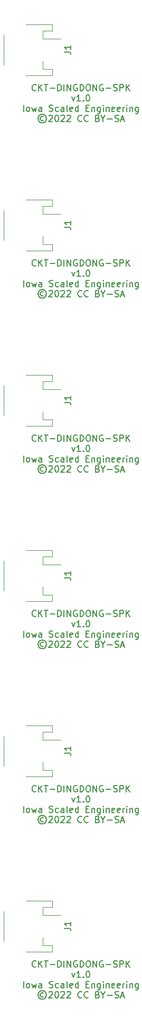
<source format=gto>
G04 #@! TF.GenerationSoftware,KiCad,Pcbnew,6.0.2+dfsg-1*
G04 #@! TF.CreationDate,2022-10-15T22:16:15-06:00*
G04 #@! TF.ProjectId,ckt-dingdong-spk-array,636b742d-6469-46e6-9764-6f6e672d7370,rev?*
G04 #@! TF.SameCoordinates,Original*
G04 #@! TF.FileFunction,Legend,Top*
G04 #@! TF.FilePolarity,Positive*
%FSLAX46Y46*%
G04 Gerber Fmt 4.6, Leading zero omitted, Abs format (unit mm)*
G04 Created by KiCad (PCBNEW 6.0.2+dfsg-1) date 2022-10-15 22:16:15*
%MOMM*%
%LPD*%
G01*
G04 APERTURE LIST*
%ADD10C,0.152400*%
%ADD11C,0.150000*%
%ADD12C,0.120000*%
G04 APERTURE END LIST*
D10*
X28111238Y-69678217D02*
X28062857Y-69726598D01*
X27917714Y-69774979D01*
X27820952Y-69774979D01*
X27675809Y-69726598D01*
X27579047Y-69629836D01*
X27530666Y-69533074D01*
X27482285Y-69339550D01*
X27482285Y-69194407D01*
X27530666Y-69000883D01*
X27579047Y-68904121D01*
X27675809Y-68807360D01*
X27820952Y-68758979D01*
X27917714Y-68758979D01*
X28062857Y-68807360D01*
X28111238Y-68855740D01*
X28546666Y-69774979D02*
X28546666Y-68758979D01*
X29127238Y-69774979D02*
X28691809Y-69194407D01*
X29127238Y-68758979D02*
X28546666Y-69339550D01*
X29417523Y-68758979D02*
X29998095Y-68758979D01*
X29707809Y-69774979D02*
X29707809Y-68758979D01*
X30336761Y-69387931D02*
X31110857Y-69387931D01*
X31594666Y-69774979D02*
X31594666Y-68758979D01*
X31836571Y-68758979D01*
X31981714Y-68807360D01*
X32078476Y-68904121D01*
X32126857Y-69000883D01*
X32175238Y-69194407D01*
X32175238Y-69339550D01*
X32126857Y-69533074D01*
X32078476Y-69629836D01*
X31981714Y-69726598D01*
X31836571Y-69774979D01*
X31594666Y-69774979D01*
X32610666Y-69774979D02*
X32610666Y-68758979D01*
X33094476Y-69774979D02*
X33094476Y-68758979D01*
X33675047Y-69774979D01*
X33675047Y-68758979D01*
X34691047Y-68807360D02*
X34594285Y-68758979D01*
X34449142Y-68758979D01*
X34304000Y-68807360D01*
X34207238Y-68904121D01*
X34158857Y-69000883D01*
X34110476Y-69194407D01*
X34110476Y-69339550D01*
X34158857Y-69533074D01*
X34207238Y-69629836D01*
X34304000Y-69726598D01*
X34449142Y-69774979D01*
X34545904Y-69774979D01*
X34691047Y-69726598D01*
X34739428Y-69678217D01*
X34739428Y-69339550D01*
X34545904Y-69339550D01*
X35174857Y-69774979D02*
X35174857Y-68758979D01*
X35416761Y-68758979D01*
X35561904Y-68807360D01*
X35658666Y-68904121D01*
X35707047Y-69000883D01*
X35755428Y-69194407D01*
X35755428Y-69339550D01*
X35707047Y-69533074D01*
X35658666Y-69629836D01*
X35561904Y-69726598D01*
X35416761Y-69774979D01*
X35174857Y-69774979D01*
X36384380Y-68758979D02*
X36577904Y-68758979D01*
X36674666Y-68807360D01*
X36771428Y-68904121D01*
X36819809Y-69097645D01*
X36819809Y-69436312D01*
X36771428Y-69629836D01*
X36674666Y-69726598D01*
X36577904Y-69774979D01*
X36384380Y-69774979D01*
X36287619Y-69726598D01*
X36190857Y-69629836D01*
X36142476Y-69436312D01*
X36142476Y-69097645D01*
X36190857Y-68904121D01*
X36287619Y-68807360D01*
X36384380Y-68758979D01*
X37255238Y-69774979D02*
X37255238Y-68758979D01*
X37835809Y-69774979D01*
X37835809Y-68758979D01*
X38851809Y-68807360D02*
X38755047Y-68758979D01*
X38609904Y-68758979D01*
X38464761Y-68807360D01*
X38368000Y-68904121D01*
X38319619Y-69000883D01*
X38271238Y-69194407D01*
X38271238Y-69339550D01*
X38319619Y-69533074D01*
X38368000Y-69629836D01*
X38464761Y-69726598D01*
X38609904Y-69774979D01*
X38706666Y-69774979D01*
X38851809Y-69726598D01*
X38900190Y-69678217D01*
X38900190Y-69339550D01*
X38706666Y-69339550D01*
X39335619Y-69387931D02*
X40109714Y-69387931D01*
X40545142Y-69726598D02*
X40690285Y-69774979D01*
X40932190Y-69774979D01*
X41028952Y-69726598D01*
X41077333Y-69678217D01*
X41125714Y-69581455D01*
X41125714Y-69484693D01*
X41077333Y-69387931D01*
X41028952Y-69339550D01*
X40932190Y-69291169D01*
X40738666Y-69242788D01*
X40641904Y-69194407D01*
X40593523Y-69146026D01*
X40545142Y-69049264D01*
X40545142Y-68952502D01*
X40593523Y-68855740D01*
X40641904Y-68807360D01*
X40738666Y-68758979D01*
X40980571Y-68758979D01*
X41125714Y-68807360D01*
X41561142Y-69774979D02*
X41561142Y-68758979D01*
X41948190Y-68758979D01*
X42044952Y-68807360D01*
X42093333Y-68855740D01*
X42141714Y-68952502D01*
X42141714Y-69097645D01*
X42093333Y-69194407D01*
X42044952Y-69242788D01*
X41948190Y-69291169D01*
X41561142Y-69291169D01*
X42577142Y-69774979D02*
X42577142Y-68758979D01*
X43157714Y-69774979D02*
X42722285Y-69194407D01*
X43157714Y-68758979D02*
X42577142Y-69339550D01*
X33868571Y-70733405D02*
X34110476Y-71410739D01*
X34352380Y-70733405D01*
X35271619Y-71410739D02*
X34691047Y-71410739D01*
X34981333Y-71410739D02*
X34981333Y-70394739D01*
X34884571Y-70539881D01*
X34787809Y-70636643D01*
X34691047Y-70685024D01*
X35707047Y-71313977D02*
X35755428Y-71362358D01*
X35707047Y-71410739D01*
X35658666Y-71362358D01*
X35707047Y-71313977D01*
X35707047Y-71410739D01*
X36384380Y-70394739D02*
X36481142Y-70394739D01*
X36577904Y-70443120D01*
X36626285Y-70491500D01*
X36674666Y-70588262D01*
X36723047Y-70781786D01*
X36723047Y-71023691D01*
X36674666Y-71217215D01*
X36626285Y-71313977D01*
X36577904Y-71362358D01*
X36481142Y-71410739D01*
X36384380Y-71410739D01*
X36287619Y-71362358D01*
X36239238Y-71313977D01*
X36190857Y-71217215D01*
X36142476Y-71023691D01*
X36142476Y-70781786D01*
X36190857Y-70588262D01*
X36239238Y-70491500D01*
X36287619Y-70443120D01*
X36384380Y-70394739D01*
X26127619Y-73046499D02*
X26127619Y-72030499D01*
X26756571Y-73046499D02*
X26659809Y-72998118D01*
X26611428Y-72949737D01*
X26563047Y-72852975D01*
X26563047Y-72562689D01*
X26611428Y-72465927D01*
X26659809Y-72417546D01*
X26756571Y-72369165D01*
X26901714Y-72369165D01*
X26998476Y-72417546D01*
X27046857Y-72465927D01*
X27095238Y-72562689D01*
X27095238Y-72852975D01*
X27046857Y-72949737D01*
X26998476Y-72998118D01*
X26901714Y-73046499D01*
X26756571Y-73046499D01*
X27433904Y-72369165D02*
X27627428Y-73046499D01*
X27820952Y-72562689D01*
X28014476Y-73046499D01*
X28207999Y-72369165D01*
X29030476Y-73046499D02*
X29030476Y-72514308D01*
X28982095Y-72417546D01*
X28885333Y-72369165D01*
X28691809Y-72369165D01*
X28595047Y-72417546D01*
X29030476Y-72998118D02*
X28933714Y-73046499D01*
X28691809Y-73046499D01*
X28595047Y-72998118D01*
X28546666Y-72901356D01*
X28546666Y-72804594D01*
X28595047Y-72707832D01*
X28691809Y-72659451D01*
X28933714Y-72659451D01*
X29030476Y-72611070D01*
X30239999Y-72998118D02*
X30385142Y-73046499D01*
X30627047Y-73046499D01*
X30723809Y-72998118D01*
X30772190Y-72949737D01*
X30820571Y-72852975D01*
X30820571Y-72756213D01*
X30772190Y-72659451D01*
X30723809Y-72611070D01*
X30627047Y-72562689D01*
X30433523Y-72514308D01*
X30336761Y-72465927D01*
X30288380Y-72417546D01*
X30239999Y-72320784D01*
X30239999Y-72224022D01*
X30288380Y-72127260D01*
X30336761Y-72078880D01*
X30433523Y-72030499D01*
X30675428Y-72030499D01*
X30820571Y-72078880D01*
X31691428Y-72998118D02*
X31594666Y-73046499D01*
X31401142Y-73046499D01*
X31304380Y-72998118D01*
X31255999Y-72949737D01*
X31207619Y-72852975D01*
X31207619Y-72562689D01*
X31255999Y-72465927D01*
X31304380Y-72417546D01*
X31401142Y-72369165D01*
X31594666Y-72369165D01*
X31691428Y-72417546D01*
X32562285Y-73046499D02*
X32562285Y-72514308D01*
X32513904Y-72417546D01*
X32417142Y-72369165D01*
X32223619Y-72369165D01*
X32126857Y-72417546D01*
X32562285Y-72998118D02*
X32465523Y-73046499D01*
X32223619Y-73046499D01*
X32126857Y-72998118D01*
X32078476Y-72901356D01*
X32078476Y-72804594D01*
X32126857Y-72707832D01*
X32223619Y-72659451D01*
X32465523Y-72659451D01*
X32562285Y-72611070D01*
X33191238Y-73046499D02*
X33094476Y-72998118D01*
X33046095Y-72901356D01*
X33046095Y-72030499D01*
X33965333Y-72998118D02*
X33868571Y-73046499D01*
X33675047Y-73046499D01*
X33578285Y-72998118D01*
X33529904Y-72901356D01*
X33529904Y-72514308D01*
X33578285Y-72417546D01*
X33675047Y-72369165D01*
X33868571Y-72369165D01*
X33965333Y-72417546D01*
X34013714Y-72514308D01*
X34013714Y-72611070D01*
X33529904Y-72707832D01*
X34884571Y-73046499D02*
X34884571Y-72030499D01*
X34884571Y-72998118D02*
X34787809Y-73046499D01*
X34594285Y-73046499D01*
X34497523Y-72998118D01*
X34449142Y-72949737D01*
X34400761Y-72852975D01*
X34400761Y-72562689D01*
X34449142Y-72465927D01*
X34497523Y-72417546D01*
X34594285Y-72369165D01*
X34787809Y-72369165D01*
X34884571Y-72417546D01*
X36142476Y-72514308D02*
X36481142Y-72514308D01*
X36626285Y-73046499D02*
X36142476Y-73046499D01*
X36142476Y-72030499D01*
X36626285Y-72030499D01*
X37061714Y-72369165D02*
X37061714Y-73046499D01*
X37061714Y-72465927D02*
X37110095Y-72417546D01*
X37206857Y-72369165D01*
X37352000Y-72369165D01*
X37448761Y-72417546D01*
X37497142Y-72514308D01*
X37497142Y-73046499D01*
X38416380Y-72369165D02*
X38416380Y-73191641D01*
X38368000Y-73288403D01*
X38319619Y-73336784D01*
X38222857Y-73385165D01*
X38077714Y-73385165D01*
X37980952Y-73336784D01*
X38416380Y-72998118D02*
X38319619Y-73046499D01*
X38126095Y-73046499D01*
X38029333Y-72998118D01*
X37980952Y-72949737D01*
X37932571Y-72852975D01*
X37932571Y-72562689D01*
X37980952Y-72465927D01*
X38029333Y-72417546D01*
X38126095Y-72369165D01*
X38319619Y-72369165D01*
X38416380Y-72417546D01*
X38900190Y-73046499D02*
X38900190Y-72369165D01*
X38900190Y-72030499D02*
X38851809Y-72078880D01*
X38900190Y-72127260D01*
X38948571Y-72078880D01*
X38900190Y-72030499D01*
X38900190Y-72127260D01*
X39384000Y-72369165D02*
X39384000Y-73046499D01*
X39384000Y-72465927D02*
X39432380Y-72417546D01*
X39529142Y-72369165D01*
X39674285Y-72369165D01*
X39771047Y-72417546D01*
X39819428Y-72514308D01*
X39819428Y-73046499D01*
X40690285Y-72998118D02*
X40593523Y-73046499D01*
X40400000Y-73046499D01*
X40303238Y-72998118D01*
X40254857Y-72901356D01*
X40254857Y-72514308D01*
X40303238Y-72417546D01*
X40400000Y-72369165D01*
X40593523Y-72369165D01*
X40690285Y-72417546D01*
X40738666Y-72514308D01*
X40738666Y-72611070D01*
X40254857Y-72707832D01*
X41561142Y-72998118D02*
X41464380Y-73046499D01*
X41270857Y-73046499D01*
X41174095Y-72998118D01*
X41125714Y-72901356D01*
X41125714Y-72514308D01*
X41174095Y-72417546D01*
X41270857Y-72369165D01*
X41464380Y-72369165D01*
X41561142Y-72417546D01*
X41609523Y-72514308D01*
X41609523Y-72611070D01*
X41125714Y-72707832D01*
X42044952Y-73046499D02*
X42044952Y-72369165D01*
X42044952Y-72562689D02*
X42093333Y-72465927D01*
X42141714Y-72417546D01*
X42238476Y-72369165D01*
X42335238Y-72369165D01*
X42673904Y-73046499D02*
X42673904Y-72369165D01*
X42673904Y-72030499D02*
X42625523Y-72078880D01*
X42673904Y-72127260D01*
X42722285Y-72078880D01*
X42673904Y-72030499D01*
X42673904Y-72127260D01*
X43157714Y-72369165D02*
X43157714Y-73046499D01*
X43157714Y-72465927D02*
X43206095Y-72417546D01*
X43302857Y-72369165D01*
X43448000Y-72369165D01*
X43544761Y-72417546D01*
X43593142Y-72514308D01*
X43593142Y-73046499D01*
X44512380Y-72369165D02*
X44512380Y-73191641D01*
X44464000Y-73288403D01*
X44415619Y-73336784D01*
X44318857Y-73385165D01*
X44173714Y-73385165D01*
X44076952Y-73336784D01*
X44512380Y-72998118D02*
X44415619Y-73046499D01*
X44222095Y-73046499D01*
X44125333Y-72998118D01*
X44076952Y-72949737D01*
X44028571Y-72852975D01*
X44028571Y-72562689D01*
X44076952Y-72465927D01*
X44125333Y-72417546D01*
X44222095Y-72369165D01*
X44415619Y-72369165D01*
X44512380Y-72417546D01*
X29296571Y-73908163D02*
X29199809Y-73859782D01*
X29006285Y-73859782D01*
X28909523Y-73908163D01*
X28812761Y-74004925D01*
X28764380Y-74101687D01*
X28764380Y-74295211D01*
X28812761Y-74391973D01*
X28909523Y-74488735D01*
X29006285Y-74537116D01*
X29199809Y-74537116D01*
X29296571Y-74488735D01*
X29103047Y-73521116D02*
X28861142Y-73569497D01*
X28619238Y-73714640D01*
X28474095Y-73956544D01*
X28425714Y-74198449D01*
X28474095Y-74440354D01*
X28619238Y-74682259D01*
X28861142Y-74827401D01*
X29103047Y-74875782D01*
X29344952Y-74827401D01*
X29586857Y-74682259D01*
X29732000Y-74440354D01*
X29780380Y-74198449D01*
X29732000Y-73956544D01*
X29586857Y-73714640D01*
X29344952Y-73569497D01*
X29103047Y-73521116D01*
X30167428Y-73763020D02*
X30215809Y-73714640D01*
X30312571Y-73666259D01*
X30554476Y-73666259D01*
X30651238Y-73714640D01*
X30699619Y-73763020D01*
X30748000Y-73859782D01*
X30748000Y-73956544D01*
X30699619Y-74101687D01*
X30119047Y-74682259D01*
X30748000Y-74682259D01*
X31376952Y-73666259D02*
X31473714Y-73666259D01*
X31570476Y-73714640D01*
X31618857Y-73763020D01*
X31667238Y-73859782D01*
X31715619Y-74053306D01*
X31715619Y-74295211D01*
X31667238Y-74488735D01*
X31618857Y-74585497D01*
X31570476Y-74633878D01*
X31473714Y-74682259D01*
X31376952Y-74682259D01*
X31280190Y-74633878D01*
X31231809Y-74585497D01*
X31183428Y-74488735D01*
X31135047Y-74295211D01*
X31135047Y-74053306D01*
X31183428Y-73859782D01*
X31231809Y-73763020D01*
X31280190Y-73714640D01*
X31376952Y-73666259D01*
X32102666Y-73763020D02*
X32151047Y-73714640D01*
X32247809Y-73666259D01*
X32489714Y-73666259D01*
X32586476Y-73714640D01*
X32634857Y-73763020D01*
X32683238Y-73859782D01*
X32683238Y-73956544D01*
X32634857Y-74101687D01*
X32054285Y-74682259D01*
X32683238Y-74682259D01*
X33070285Y-73763020D02*
X33118666Y-73714640D01*
X33215428Y-73666259D01*
X33457333Y-73666259D01*
X33554095Y-73714640D01*
X33602476Y-73763020D01*
X33650857Y-73859782D01*
X33650857Y-73956544D01*
X33602476Y-74101687D01*
X33021904Y-74682259D01*
X33650857Y-74682259D01*
X35440952Y-74585497D02*
X35392571Y-74633878D01*
X35247428Y-74682259D01*
X35150666Y-74682259D01*
X35005523Y-74633878D01*
X34908761Y-74537116D01*
X34860380Y-74440354D01*
X34812000Y-74246830D01*
X34812000Y-74101687D01*
X34860380Y-73908163D01*
X34908761Y-73811401D01*
X35005523Y-73714640D01*
X35150666Y-73666259D01*
X35247428Y-73666259D01*
X35392571Y-73714640D01*
X35440952Y-73763020D01*
X36456952Y-74585497D02*
X36408571Y-74633878D01*
X36263428Y-74682259D01*
X36166666Y-74682259D01*
X36021523Y-74633878D01*
X35924761Y-74537116D01*
X35876380Y-74440354D01*
X35828000Y-74246830D01*
X35828000Y-74101687D01*
X35876380Y-73908163D01*
X35924761Y-73811401D01*
X36021523Y-73714640D01*
X36166666Y-73666259D01*
X36263428Y-73666259D01*
X36408571Y-73714640D01*
X36456952Y-73763020D01*
X38005142Y-74150068D02*
X38150285Y-74198449D01*
X38198666Y-74246830D01*
X38247047Y-74343592D01*
X38247047Y-74488735D01*
X38198666Y-74585497D01*
X38150285Y-74633878D01*
X38053523Y-74682259D01*
X37666476Y-74682259D01*
X37666476Y-73666259D01*
X38005142Y-73666259D01*
X38101904Y-73714640D01*
X38150285Y-73763020D01*
X38198666Y-73859782D01*
X38198666Y-73956544D01*
X38150285Y-74053306D01*
X38101904Y-74101687D01*
X38005142Y-74150068D01*
X37666476Y-74150068D01*
X38876000Y-74198449D02*
X38876000Y-74682259D01*
X38537333Y-73666259D02*
X38876000Y-74198449D01*
X39214666Y-73666259D01*
X39553333Y-74295211D02*
X40327428Y-74295211D01*
X40762857Y-74633878D02*
X40908000Y-74682259D01*
X41149904Y-74682259D01*
X41246666Y-74633878D01*
X41295047Y-74585497D01*
X41343428Y-74488735D01*
X41343428Y-74391973D01*
X41295047Y-74295211D01*
X41246666Y-74246830D01*
X41149904Y-74198449D01*
X40956380Y-74150068D01*
X40859619Y-74101687D01*
X40811238Y-74053306D01*
X40762857Y-73956544D01*
X40762857Y-73859782D01*
X40811238Y-73763020D01*
X40859619Y-73714640D01*
X40956380Y-73666259D01*
X41198285Y-73666259D01*
X41343428Y-73714640D01*
X41730476Y-74391973D02*
X42214285Y-74391973D01*
X41633714Y-74682259D02*
X41972380Y-73666259D01*
X42311047Y-74682259D01*
X28111238Y-41738217D02*
X28062857Y-41786598D01*
X27917714Y-41834979D01*
X27820952Y-41834979D01*
X27675809Y-41786598D01*
X27579047Y-41689836D01*
X27530666Y-41593074D01*
X27482285Y-41399550D01*
X27482285Y-41254407D01*
X27530666Y-41060883D01*
X27579047Y-40964121D01*
X27675809Y-40867360D01*
X27820952Y-40818979D01*
X27917714Y-40818979D01*
X28062857Y-40867360D01*
X28111238Y-40915740D01*
X28546666Y-41834979D02*
X28546666Y-40818979D01*
X29127238Y-41834979D02*
X28691809Y-41254407D01*
X29127238Y-40818979D02*
X28546666Y-41399550D01*
X29417523Y-40818979D02*
X29998095Y-40818979D01*
X29707809Y-41834979D02*
X29707809Y-40818979D01*
X30336761Y-41447931D02*
X31110857Y-41447931D01*
X31594666Y-41834979D02*
X31594666Y-40818979D01*
X31836571Y-40818979D01*
X31981714Y-40867360D01*
X32078476Y-40964121D01*
X32126857Y-41060883D01*
X32175238Y-41254407D01*
X32175238Y-41399550D01*
X32126857Y-41593074D01*
X32078476Y-41689836D01*
X31981714Y-41786598D01*
X31836571Y-41834979D01*
X31594666Y-41834979D01*
X32610666Y-41834979D02*
X32610666Y-40818979D01*
X33094476Y-41834979D02*
X33094476Y-40818979D01*
X33675047Y-41834979D01*
X33675047Y-40818979D01*
X34691047Y-40867360D02*
X34594285Y-40818979D01*
X34449142Y-40818979D01*
X34304000Y-40867360D01*
X34207238Y-40964121D01*
X34158857Y-41060883D01*
X34110476Y-41254407D01*
X34110476Y-41399550D01*
X34158857Y-41593074D01*
X34207238Y-41689836D01*
X34304000Y-41786598D01*
X34449142Y-41834979D01*
X34545904Y-41834979D01*
X34691047Y-41786598D01*
X34739428Y-41738217D01*
X34739428Y-41399550D01*
X34545904Y-41399550D01*
X35174857Y-41834979D02*
X35174857Y-40818979D01*
X35416761Y-40818979D01*
X35561904Y-40867360D01*
X35658666Y-40964121D01*
X35707047Y-41060883D01*
X35755428Y-41254407D01*
X35755428Y-41399550D01*
X35707047Y-41593074D01*
X35658666Y-41689836D01*
X35561904Y-41786598D01*
X35416761Y-41834979D01*
X35174857Y-41834979D01*
X36384380Y-40818979D02*
X36577904Y-40818979D01*
X36674666Y-40867360D01*
X36771428Y-40964121D01*
X36819809Y-41157645D01*
X36819809Y-41496312D01*
X36771428Y-41689836D01*
X36674666Y-41786598D01*
X36577904Y-41834979D01*
X36384380Y-41834979D01*
X36287619Y-41786598D01*
X36190857Y-41689836D01*
X36142476Y-41496312D01*
X36142476Y-41157645D01*
X36190857Y-40964121D01*
X36287619Y-40867360D01*
X36384380Y-40818979D01*
X37255238Y-41834979D02*
X37255238Y-40818979D01*
X37835809Y-41834979D01*
X37835809Y-40818979D01*
X38851809Y-40867360D02*
X38755047Y-40818979D01*
X38609904Y-40818979D01*
X38464761Y-40867360D01*
X38368000Y-40964121D01*
X38319619Y-41060883D01*
X38271238Y-41254407D01*
X38271238Y-41399550D01*
X38319619Y-41593074D01*
X38368000Y-41689836D01*
X38464761Y-41786598D01*
X38609904Y-41834979D01*
X38706666Y-41834979D01*
X38851809Y-41786598D01*
X38900190Y-41738217D01*
X38900190Y-41399550D01*
X38706666Y-41399550D01*
X39335619Y-41447931D02*
X40109714Y-41447931D01*
X40545142Y-41786598D02*
X40690285Y-41834979D01*
X40932190Y-41834979D01*
X41028952Y-41786598D01*
X41077333Y-41738217D01*
X41125714Y-41641455D01*
X41125714Y-41544693D01*
X41077333Y-41447931D01*
X41028952Y-41399550D01*
X40932190Y-41351169D01*
X40738666Y-41302788D01*
X40641904Y-41254407D01*
X40593523Y-41206026D01*
X40545142Y-41109264D01*
X40545142Y-41012502D01*
X40593523Y-40915740D01*
X40641904Y-40867360D01*
X40738666Y-40818979D01*
X40980571Y-40818979D01*
X41125714Y-40867360D01*
X41561142Y-41834979D02*
X41561142Y-40818979D01*
X41948190Y-40818979D01*
X42044952Y-40867360D01*
X42093333Y-40915740D01*
X42141714Y-41012502D01*
X42141714Y-41157645D01*
X42093333Y-41254407D01*
X42044952Y-41302788D01*
X41948190Y-41351169D01*
X41561142Y-41351169D01*
X42577142Y-41834979D02*
X42577142Y-40818979D01*
X43157714Y-41834979D02*
X42722285Y-41254407D01*
X43157714Y-40818979D02*
X42577142Y-41399550D01*
X33868571Y-42793405D02*
X34110476Y-43470739D01*
X34352380Y-42793405D01*
X35271619Y-43470739D02*
X34691047Y-43470739D01*
X34981333Y-43470739D02*
X34981333Y-42454739D01*
X34884571Y-42599881D01*
X34787809Y-42696643D01*
X34691047Y-42745024D01*
X35707047Y-43373977D02*
X35755428Y-43422358D01*
X35707047Y-43470739D01*
X35658666Y-43422358D01*
X35707047Y-43373977D01*
X35707047Y-43470739D01*
X36384380Y-42454739D02*
X36481142Y-42454739D01*
X36577904Y-42503120D01*
X36626285Y-42551500D01*
X36674666Y-42648262D01*
X36723047Y-42841786D01*
X36723047Y-43083691D01*
X36674666Y-43277215D01*
X36626285Y-43373977D01*
X36577904Y-43422358D01*
X36481142Y-43470739D01*
X36384380Y-43470739D01*
X36287619Y-43422358D01*
X36239238Y-43373977D01*
X36190857Y-43277215D01*
X36142476Y-43083691D01*
X36142476Y-42841786D01*
X36190857Y-42648262D01*
X36239238Y-42551500D01*
X36287619Y-42503120D01*
X36384380Y-42454739D01*
X26127619Y-45106499D02*
X26127619Y-44090499D01*
X26756571Y-45106499D02*
X26659809Y-45058118D01*
X26611428Y-45009737D01*
X26563047Y-44912975D01*
X26563047Y-44622689D01*
X26611428Y-44525927D01*
X26659809Y-44477546D01*
X26756571Y-44429165D01*
X26901714Y-44429165D01*
X26998476Y-44477546D01*
X27046857Y-44525927D01*
X27095238Y-44622689D01*
X27095238Y-44912975D01*
X27046857Y-45009737D01*
X26998476Y-45058118D01*
X26901714Y-45106499D01*
X26756571Y-45106499D01*
X27433904Y-44429165D02*
X27627428Y-45106499D01*
X27820952Y-44622689D01*
X28014476Y-45106499D01*
X28207999Y-44429165D01*
X29030476Y-45106499D02*
X29030476Y-44574308D01*
X28982095Y-44477546D01*
X28885333Y-44429165D01*
X28691809Y-44429165D01*
X28595047Y-44477546D01*
X29030476Y-45058118D02*
X28933714Y-45106499D01*
X28691809Y-45106499D01*
X28595047Y-45058118D01*
X28546666Y-44961356D01*
X28546666Y-44864594D01*
X28595047Y-44767832D01*
X28691809Y-44719451D01*
X28933714Y-44719451D01*
X29030476Y-44671070D01*
X30239999Y-45058118D02*
X30385142Y-45106499D01*
X30627047Y-45106499D01*
X30723809Y-45058118D01*
X30772190Y-45009737D01*
X30820571Y-44912975D01*
X30820571Y-44816213D01*
X30772190Y-44719451D01*
X30723809Y-44671070D01*
X30627047Y-44622689D01*
X30433523Y-44574308D01*
X30336761Y-44525927D01*
X30288380Y-44477546D01*
X30239999Y-44380784D01*
X30239999Y-44284022D01*
X30288380Y-44187260D01*
X30336761Y-44138880D01*
X30433523Y-44090499D01*
X30675428Y-44090499D01*
X30820571Y-44138880D01*
X31691428Y-45058118D02*
X31594666Y-45106499D01*
X31401142Y-45106499D01*
X31304380Y-45058118D01*
X31255999Y-45009737D01*
X31207619Y-44912975D01*
X31207619Y-44622689D01*
X31255999Y-44525927D01*
X31304380Y-44477546D01*
X31401142Y-44429165D01*
X31594666Y-44429165D01*
X31691428Y-44477546D01*
X32562285Y-45106499D02*
X32562285Y-44574308D01*
X32513904Y-44477546D01*
X32417142Y-44429165D01*
X32223619Y-44429165D01*
X32126857Y-44477546D01*
X32562285Y-45058118D02*
X32465523Y-45106499D01*
X32223619Y-45106499D01*
X32126857Y-45058118D01*
X32078476Y-44961356D01*
X32078476Y-44864594D01*
X32126857Y-44767832D01*
X32223619Y-44719451D01*
X32465523Y-44719451D01*
X32562285Y-44671070D01*
X33191238Y-45106499D02*
X33094476Y-45058118D01*
X33046095Y-44961356D01*
X33046095Y-44090499D01*
X33965333Y-45058118D02*
X33868571Y-45106499D01*
X33675047Y-45106499D01*
X33578285Y-45058118D01*
X33529904Y-44961356D01*
X33529904Y-44574308D01*
X33578285Y-44477546D01*
X33675047Y-44429165D01*
X33868571Y-44429165D01*
X33965333Y-44477546D01*
X34013714Y-44574308D01*
X34013714Y-44671070D01*
X33529904Y-44767832D01*
X34884571Y-45106499D02*
X34884571Y-44090499D01*
X34884571Y-45058118D02*
X34787809Y-45106499D01*
X34594285Y-45106499D01*
X34497523Y-45058118D01*
X34449142Y-45009737D01*
X34400761Y-44912975D01*
X34400761Y-44622689D01*
X34449142Y-44525927D01*
X34497523Y-44477546D01*
X34594285Y-44429165D01*
X34787809Y-44429165D01*
X34884571Y-44477546D01*
X36142476Y-44574308D02*
X36481142Y-44574308D01*
X36626285Y-45106499D02*
X36142476Y-45106499D01*
X36142476Y-44090499D01*
X36626285Y-44090499D01*
X37061714Y-44429165D02*
X37061714Y-45106499D01*
X37061714Y-44525927D02*
X37110095Y-44477546D01*
X37206857Y-44429165D01*
X37352000Y-44429165D01*
X37448761Y-44477546D01*
X37497142Y-44574308D01*
X37497142Y-45106499D01*
X38416380Y-44429165D02*
X38416380Y-45251641D01*
X38368000Y-45348403D01*
X38319619Y-45396784D01*
X38222857Y-45445165D01*
X38077714Y-45445165D01*
X37980952Y-45396784D01*
X38416380Y-45058118D02*
X38319619Y-45106499D01*
X38126095Y-45106499D01*
X38029333Y-45058118D01*
X37980952Y-45009737D01*
X37932571Y-44912975D01*
X37932571Y-44622689D01*
X37980952Y-44525927D01*
X38029333Y-44477546D01*
X38126095Y-44429165D01*
X38319619Y-44429165D01*
X38416380Y-44477546D01*
X38900190Y-45106499D02*
X38900190Y-44429165D01*
X38900190Y-44090499D02*
X38851809Y-44138880D01*
X38900190Y-44187260D01*
X38948571Y-44138880D01*
X38900190Y-44090499D01*
X38900190Y-44187260D01*
X39384000Y-44429165D02*
X39384000Y-45106499D01*
X39384000Y-44525927D02*
X39432380Y-44477546D01*
X39529142Y-44429165D01*
X39674285Y-44429165D01*
X39771047Y-44477546D01*
X39819428Y-44574308D01*
X39819428Y-45106499D01*
X40690285Y-45058118D02*
X40593523Y-45106499D01*
X40400000Y-45106499D01*
X40303238Y-45058118D01*
X40254857Y-44961356D01*
X40254857Y-44574308D01*
X40303238Y-44477546D01*
X40400000Y-44429165D01*
X40593523Y-44429165D01*
X40690285Y-44477546D01*
X40738666Y-44574308D01*
X40738666Y-44671070D01*
X40254857Y-44767832D01*
X41561142Y-45058118D02*
X41464380Y-45106499D01*
X41270857Y-45106499D01*
X41174095Y-45058118D01*
X41125714Y-44961356D01*
X41125714Y-44574308D01*
X41174095Y-44477546D01*
X41270857Y-44429165D01*
X41464380Y-44429165D01*
X41561142Y-44477546D01*
X41609523Y-44574308D01*
X41609523Y-44671070D01*
X41125714Y-44767832D01*
X42044952Y-45106499D02*
X42044952Y-44429165D01*
X42044952Y-44622689D02*
X42093333Y-44525927D01*
X42141714Y-44477546D01*
X42238476Y-44429165D01*
X42335238Y-44429165D01*
X42673904Y-45106499D02*
X42673904Y-44429165D01*
X42673904Y-44090499D02*
X42625523Y-44138880D01*
X42673904Y-44187260D01*
X42722285Y-44138880D01*
X42673904Y-44090499D01*
X42673904Y-44187260D01*
X43157714Y-44429165D02*
X43157714Y-45106499D01*
X43157714Y-44525927D02*
X43206095Y-44477546D01*
X43302857Y-44429165D01*
X43448000Y-44429165D01*
X43544761Y-44477546D01*
X43593142Y-44574308D01*
X43593142Y-45106499D01*
X44512380Y-44429165D02*
X44512380Y-45251641D01*
X44464000Y-45348403D01*
X44415619Y-45396784D01*
X44318857Y-45445165D01*
X44173714Y-45445165D01*
X44076952Y-45396784D01*
X44512380Y-45058118D02*
X44415619Y-45106499D01*
X44222095Y-45106499D01*
X44125333Y-45058118D01*
X44076952Y-45009737D01*
X44028571Y-44912975D01*
X44028571Y-44622689D01*
X44076952Y-44525927D01*
X44125333Y-44477546D01*
X44222095Y-44429165D01*
X44415619Y-44429165D01*
X44512380Y-44477546D01*
X29296571Y-45968163D02*
X29199809Y-45919782D01*
X29006285Y-45919782D01*
X28909523Y-45968163D01*
X28812761Y-46064925D01*
X28764380Y-46161687D01*
X28764380Y-46355211D01*
X28812761Y-46451973D01*
X28909523Y-46548735D01*
X29006285Y-46597116D01*
X29199809Y-46597116D01*
X29296571Y-46548735D01*
X29103047Y-45581116D02*
X28861142Y-45629497D01*
X28619238Y-45774640D01*
X28474095Y-46016544D01*
X28425714Y-46258449D01*
X28474095Y-46500354D01*
X28619238Y-46742259D01*
X28861142Y-46887401D01*
X29103047Y-46935782D01*
X29344952Y-46887401D01*
X29586857Y-46742259D01*
X29732000Y-46500354D01*
X29780380Y-46258449D01*
X29732000Y-46016544D01*
X29586857Y-45774640D01*
X29344952Y-45629497D01*
X29103047Y-45581116D01*
X30167428Y-45823020D02*
X30215809Y-45774640D01*
X30312571Y-45726259D01*
X30554476Y-45726259D01*
X30651238Y-45774640D01*
X30699619Y-45823020D01*
X30748000Y-45919782D01*
X30748000Y-46016544D01*
X30699619Y-46161687D01*
X30119047Y-46742259D01*
X30748000Y-46742259D01*
X31376952Y-45726259D02*
X31473714Y-45726259D01*
X31570476Y-45774640D01*
X31618857Y-45823020D01*
X31667238Y-45919782D01*
X31715619Y-46113306D01*
X31715619Y-46355211D01*
X31667238Y-46548735D01*
X31618857Y-46645497D01*
X31570476Y-46693878D01*
X31473714Y-46742259D01*
X31376952Y-46742259D01*
X31280190Y-46693878D01*
X31231809Y-46645497D01*
X31183428Y-46548735D01*
X31135047Y-46355211D01*
X31135047Y-46113306D01*
X31183428Y-45919782D01*
X31231809Y-45823020D01*
X31280190Y-45774640D01*
X31376952Y-45726259D01*
X32102666Y-45823020D02*
X32151047Y-45774640D01*
X32247809Y-45726259D01*
X32489714Y-45726259D01*
X32586476Y-45774640D01*
X32634857Y-45823020D01*
X32683238Y-45919782D01*
X32683238Y-46016544D01*
X32634857Y-46161687D01*
X32054285Y-46742259D01*
X32683238Y-46742259D01*
X33070285Y-45823020D02*
X33118666Y-45774640D01*
X33215428Y-45726259D01*
X33457333Y-45726259D01*
X33554095Y-45774640D01*
X33602476Y-45823020D01*
X33650857Y-45919782D01*
X33650857Y-46016544D01*
X33602476Y-46161687D01*
X33021904Y-46742259D01*
X33650857Y-46742259D01*
X35440952Y-46645497D02*
X35392571Y-46693878D01*
X35247428Y-46742259D01*
X35150666Y-46742259D01*
X35005523Y-46693878D01*
X34908761Y-46597116D01*
X34860380Y-46500354D01*
X34812000Y-46306830D01*
X34812000Y-46161687D01*
X34860380Y-45968163D01*
X34908761Y-45871401D01*
X35005523Y-45774640D01*
X35150666Y-45726259D01*
X35247428Y-45726259D01*
X35392571Y-45774640D01*
X35440952Y-45823020D01*
X36456952Y-46645497D02*
X36408571Y-46693878D01*
X36263428Y-46742259D01*
X36166666Y-46742259D01*
X36021523Y-46693878D01*
X35924761Y-46597116D01*
X35876380Y-46500354D01*
X35828000Y-46306830D01*
X35828000Y-46161687D01*
X35876380Y-45968163D01*
X35924761Y-45871401D01*
X36021523Y-45774640D01*
X36166666Y-45726259D01*
X36263428Y-45726259D01*
X36408571Y-45774640D01*
X36456952Y-45823020D01*
X38005142Y-46210068D02*
X38150285Y-46258449D01*
X38198666Y-46306830D01*
X38247047Y-46403592D01*
X38247047Y-46548735D01*
X38198666Y-46645497D01*
X38150285Y-46693878D01*
X38053523Y-46742259D01*
X37666476Y-46742259D01*
X37666476Y-45726259D01*
X38005142Y-45726259D01*
X38101904Y-45774640D01*
X38150285Y-45823020D01*
X38198666Y-45919782D01*
X38198666Y-46016544D01*
X38150285Y-46113306D01*
X38101904Y-46161687D01*
X38005142Y-46210068D01*
X37666476Y-46210068D01*
X38876000Y-46258449D02*
X38876000Y-46742259D01*
X38537333Y-45726259D02*
X38876000Y-46258449D01*
X39214666Y-45726259D01*
X39553333Y-46355211D02*
X40327428Y-46355211D01*
X40762857Y-46693878D02*
X40908000Y-46742259D01*
X41149904Y-46742259D01*
X41246666Y-46693878D01*
X41295047Y-46645497D01*
X41343428Y-46548735D01*
X41343428Y-46451973D01*
X41295047Y-46355211D01*
X41246666Y-46306830D01*
X41149904Y-46258449D01*
X40956380Y-46210068D01*
X40859619Y-46161687D01*
X40811238Y-46113306D01*
X40762857Y-46016544D01*
X40762857Y-45919782D01*
X40811238Y-45823020D01*
X40859619Y-45774640D01*
X40956380Y-45726259D01*
X41198285Y-45726259D01*
X41343428Y-45774640D01*
X41730476Y-46451973D02*
X42214285Y-46451973D01*
X41633714Y-46742259D02*
X41972380Y-45726259D01*
X42311047Y-46742259D01*
X28111238Y-97618217D02*
X28062857Y-97666598D01*
X27917714Y-97714979D01*
X27820952Y-97714979D01*
X27675809Y-97666598D01*
X27579047Y-97569836D01*
X27530666Y-97473074D01*
X27482285Y-97279550D01*
X27482285Y-97134407D01*
X27530666Y-96940883D01*
X27579047Y-96844121D01*
X27675809Y-96747360D01*
X27820952Y-96698979D01*
X27917714Y-96698979D01*
X28062857Y-96747360D01*
X28111238Y-96795740D01*
X28546666Y-97714979D02*
X28546666Y-96698979D01*
X29127238Y-97714979D02*
X28691809Y-97134407D01*
X29127238Y-96698979D02*
X28546666Y-97279550D01*
X29417523Y-96698979D02*
X29998095Y-96698979D01*
X29707809Y-97714979D02*
X29707809Y-96698979D01*
X30336761Y-97327931D02*
X31110857Y-97327931D01*
X31594666Y-97714979D02*
X31594666Y-96698979D01*
X31836571Y-96698979D01*
X31981714Y-96747360D01*
X32078476Y-96844121D01*
X32126857Y-96940883D01*
X32175238Y-97134407D01*
X32175238Y-97279550D01*
X32126857Y-97473074D01*
X32078476Y-97569836D01*
X31981714Y-97666598D01*
X31836571Y-97714979D01*
X31594666Y-97714979D01*
X32610666Y-97714979D02*
X32610666Y-96698979D01*
X33094476Y-97714979D02*
X33094476Y-96698979D01*
X33675047Y-97714979D01*
X33675047Y-96698979D01*
X34691047Y-96747360D02*
X34594285Y-96698979D01*
X34449142Y-96698979D01*
X34304000Y-96747360D01*
X34207238Y-96844121D01*
X34158857Y-96940883D01*
X34110476Y-97134407D01*
X34110476Y-97279550D01*
X34158857Y-97473074D01*
X34207238Y-97569836D01*
X34304000Y-97666598D01*
X34449142Y-97714979D01*
X34545904Y-97714979D01*
X34691047Y-97666598D01*
X34739428Y-97618217D01*
X34739428Y-97279550D01*
X34545904Y-97279550D01*
X35174857Y-97714979D02*
X35174857Y-96698979D01*
X35416761Y-96698979D01*
X35561904Y-96747360D01*
X35658666Y-96844121D01*
X35707047Y-96940883D01*
X35755428Y-97134407D01*
X35755428Y-97279550D01*
X35707047Y-97473074D01*
X35658666Y-97569836D01*
X35561904Y-97666598D01*
X35416761Y-97714979D01*
X35174857Y-97714979D01*
X36384380Y-96698979D02*
X36577904Y-96698979D01*
X36674666Y-96747360D01*
X36771428Y-96844121D01*
X36819809Y-97037645D01*
X36819809Y-97376312D01*
X36771428Y-97569836D01*
X36674666Y-97666598D01*
X36577904Y-97714979D01*
X36384380Y-97714979D01*
X36287619Y-97666598D01*
X36190857Y-97569836D01*
X36142476Y-97376312D01*
X36142476Y-97037645D01*
X36190857Y-96844121D01*
X36287619Y-96747360D01*
X36384380Y-96698979D01*
X37255238Y-97714979D02*
X37255238Y-96698979D01*
X37835809Y-97714979D01*
X37835809Y-96698979D01*
X38851809Y-96747360D02*
X38755047Y-96698979D01*
X38609904Y-96698979D01*
X38464761Y-96747360D01*
X38368000Y-96844121D01*
X38319619Y-96940883D01*
X38271238Y-97134407D01*
X38271238Y-97279550D01*
X38319619Y-97473074D01*
X38368000Y-97569836D01*
X38464761Y-97666598D01*
X38609904Y-97714979D01*
X38706666Y-97714979D01*
X38851809Y-97666598D01*
X38900190Y-97618217D01*
X38900190Y-97279550D01*
X38706666Y-97279550D01*
X39335619Y-97327931D02*
X40109714Y-97327931D01*
X40545142Y-97666598D02*
X40690285Y-97714979D01*
X40932190Y-97714979D01*
X41028952Y-97666598D01*
X41077333Y-97618217D01*
X41125714Y-97521455D01*
X41125714Y-97424693D01*
X41077333Y-97327931D01*
X41028952Y-97279550D01*
X40932190Y-97231169D01*
X40738666Y-97182788D01*
X40641904Y-97134407D01*
X40593523Y-97086026D01*
X40545142Y-96989264D01*
X40545142Y-96892502D01*
X40593523Y-96795740D01*
X40641904Y-96747360D01*
X40738666Y-96698979D01*
X40980571Y-96698979D01*
X41125714Y-96747360D01*
X41561142Y-97714979D02*
X41561142Y-96698979D01*
X41948190Y-96698979D01*
X42044952Y-96747360D01*
X42093333Y-96795740D01*
X42141714Y-96892502D01*
X42141714Y-97037645D01*
X42093333Y-97134407D01*
X42044952Y-97182788D01*
X41948190Y-97231169D01*
X41561142Y-97231169D01*
X42577142Y-97714979D02*
X42577142Y-96698979D01*
X43157714Y-97714979D02*
X42722285Y-97134407D01*
X43157714Y-96698979D02*
X42577142Y-97279550D01*
X33868571Y-98673405D02*
X34110476Y-99350739D01*
X34352380Y-98673405D01*
X35271619Y-99350739D02*
X34691047Y-99350739D01*
X34981333Y-99350739D02*
X34981333Y-98334739D01*
X34884571Y-98479881D01*
X34787809Y-98576643D01*
X34691047Y-98625024D01*
X35707047Y-99253977D02*
X35755428Y-99302358D01*
X35707047Y-99350739D01*
X35658666Y-99302358D01*
X35707047Y-99253977D01*
X35707047Y-99350739D01*
X36384380Y-98334739D02*
X36481142Y-98334739D01*
X36577904Y-98383120D01*
X36626285Y-98431500D01*
X36674666Y-98528262D01*
X36723047Y-98721786D01*
X36723047Y-98963691D01*
X36674666Y-99157215D01*
X36626285Y-99253977D01*
X36577904Y-99302358D01*
X36481142Y-99350739D01*
X36384380Y-99350739D01*
X36287619Y-99302358D01*
X36239238Y-99253977D01*
X36190857Y-99157215D01*
X36142476Y-98963691D01*
X36142476Y-98721786D01*
X36190857Y-98528262D01*
X36239238Y-98431500D01*
X36287619Y-98383120D01*
X36384380Y-98334739D01*
X26127619Y-100986499D02*
X26127619Y-99970499D01*
X26756571Y-100986499D02*
X26659809Y-100938118D01*
X26611428Y-100889737D01*
X26563047Y-100792975D01*
X26563047Y-100502689D01*
X26611428Y-100405927D01*
X26659809Y-100357546D01*
X26756571Y-100309165D01*
X26901714Y-100309165D01*
X26998476Y-100357546D01*
X27046857Y-100405927D01*
X27095238Y-100502689D01*
X27095238Y-100792975D01*
X27046857Y-100889737D01*
X26998476Y-100938118D01*
X26901714Y-100986499D01*
X26756571Y-100986499D01*
X27433904Y-100309165D02*
X27627428Y-100986499D01*
X27820952Y-100502689D01*
X28014476Y-100986499D01*
X28207999Y-100309165D01*
X29030476Y-100986499D02*
X29030476Y-100454308D01*
X28982095Y-100357546D01*
X28885333Y-100309165D01*
X28691809Y-100309165D01*
X28595047Y-100357546D01*
X29030476Y-100938118D02*
X28933714Y-100986499D01*
X28691809Y-100986499D01*
X28595047Y-100938118D01*
X28546666Y-100841356D01*
X28546666Y-100744594D01*
X28595047Y-100647832D01*
X28691809Y-100599451D01*
X28933714Y-100599451D01*
X29030476Y-100551070D01*
X30239999Y-100938118D02*
X30385142Y-100986499D01*
X30627047Y-100986499D01*
X30723809Y-100938118D01*
X30772190Y-100889737D01*
X30820571Y-100792975D01*
X30820571Y-100696213D01*
X30772190Y-100599451D01*
X30723809Y-100551070D01*
X30627047Y-100502689D01*
X30433523Y-100454308D01*
X30336761Y-100405927D01*
X30288380Y-100357546D01*
X30239999Y-100260784D01*
X30239999Y-100164022D01*
X30288380Y-100067260D01*
X30336761Y-100018880D01*
X30433523Y-99970499D01*
X30675428Y-99970499D01*
X30820571Y-100018880D01*
X31691428Y-100938118D02*
X31594666Y-100986499D01*
X31401142Y-100986499D01*
X31304380Y-100938118D01*
X31255999Y-100889737D01*
X31207619Y-100792975D01*
X31207619Y-100502689D01*
X31255999Y-100405927D01*
X31304380Y-100357546D01*
X31401142Y-100309165D01*
X31594666Y-100309165D01*
X31691428Y-100357546D01*
X32562285Y-100986499D02*
X32562285Y-100454308D01*
X32513904Y-100357546D01*
X32417142Y-100309165D01*
X32223619Y-100309165D01*
X32126857Y-100357546D01*
X32562285Y-100938118D02*
X32465523Y-100986499D01*
X32223619Y-100986499D01*
X32126857Y-100938118D01*
X32078476Y-100841356D01*
X32078476Y-100744594D01*
X32126857Y-100647832D01*
X32223619Y-100599451D01*
X32465523Y-100599451D01*
X32562285Y-100551070D01*
X33191238Y-100986499D02*
X33094476Y-100938118D01*
X33046095Y-100841356D01*
X33046095Y-99970499D01*
X33965333Y-100938118D02*
X33868571Y-100986499D01*
X33675047Y-100986499D01*
X33578285Y-100938118D01*
X33529904Y-100841356D01*
X33529904Y-100454308D01*
X33578285Y-100357546D01*
X33675047Y-100309165D01*
X33868571Y-100309165D01*
X33965333Y-100357546D01*
X34013714Y-100454308D01*
X34013714Y-100551070D01*
X33529904Y-100647832D01*
X34884571Y-100986499D02*
X34884571Y-99970499D01*
X34884571Y-100938118D02*
X34787809Y-100986499D01*
X34594285Y-100986499D01*
X34497523Y-100938118D01*
X34449142Y-100889737D01*
X34400761Y-100792975D01*
X34400761Y-100502689D01*
X34449142Y-100405927D01*
X34497523Y-100357546D01*
X34594285Y-100309165D01*
X34787809Y-100309165D01*
X34884571Y-100357546D01*
X36142476Y-100454308D02*
X36481142Y-100454308D01*
X36626285Y-100986499D02*
X36142476Y-100986499D01*
X36142476Y-99970499D01*
X36626285Y-99970499D01*
X37061714Y-100309165D02*
X37061714Y-100986499D01*
X37061714Y-100405927D02*
X37110095Y-100357546D01*
X37206857Y-100309165D01*
X37352000Y-100309165D01*
X37448761Y-100357546D01*
X37497142Y-100454308D01*
X37497142Y-100986499D01*
X38416380Y-100309165D02*
X38416380Y-101131641D01*
X38368000Y-101228403D01*
X38319619Y-101276784D01*
X38222857Y-101325165D01*
X38077714Y-101325165D01*
X37980952Y-101276784D01*
X38416380Y-100938118D02*
X38319619Y-100986499D01*
X38126095Y-100986499D01*
X38029333Y-100938118D01*
X37980952Y-100889737D01*
X37932571Y-100792975D01*
X37932571Y-100502689D01*
X37980952Y-100405927D01*
X38029333Y-100357546D01*
X38126095Y-100309165D01*
X38319619Y-100309165D01*
X38416380Y-100357546D01*
X38900190Y-100986499D02*
X38900190Y-100309165D01*
X38900190Y-99970499D02*
X38851809Y-100018880D01*
X38900190Y-100067260D01*
X38948571Y-100018880D01*
X38900190Y-99970499D01*
X38900190Y-100067260D01*
X39384000Y-100309165D02*
X39384000Y-100986499D01*
X39384000Y-100405927D02*
X39432380Y-100357546D01*
X39529142Y-100309165D01*
X39674285Y-100309165D01*
X39771047Y-100357546D01*
X39819428Y-100454308D01*
X39819428Y-100986499D01*
X40690285Y-100938118D02*
X40593523Y-100986499D01*
X40400000Y-100986499D01*
X40303238Y-100938118D01*
X40254857Y-100841356D01*
X40254857Y-100454308D01*
X40303238Y-100357546D01*
X40400000Y-100309165D01*
X40593523Y-100309165D01*
X40690285Y-100357546D01*
X40738666Y-100454308D01*
X40738666Y-100551070D01*
X40254857Y-100647832D01*
X41561142Y-100938118D02*
X41464380Y-100986499D01*
X41270857Y-100986499D01*
X41174095Y-100938118D01*
X41125714Y-100841356D01*
X41125714Y-100454308D01*
X41174095Y-100357546D01*
X41270857Y-100309165D01*
X41464380Y-100309165D01*
X41561142Y-100357546D01*
X41609523Y-100454308D01*
X41609523Y-100551070D01*
X41125714Y-100647832D01*
X42044952Y-100986499D02*
X42044952Y-100309165D01*
X42044952Y-100502689D02*
X42093333Y-100405927D01*
X42141714Y-100357546D01*
X42238476Y-100309165D01*
X42335238Y-100309165D01*
X42673904Y-100986499D02*
X42673904Y-100309165D01*
X42673904Y-99970499D02*
X42625523Y-100018880D01*
X42673904Y-100067260D01*
X42722285Y-100018880D01*
X42673904Y-99970499D01*
X42673904Y-100067260D01*
X43157714Y-100309165D02*
X43157714Y-100986499D01*
X43157714Y-100405927D02*
X43206095Y-100357546D01*
X43302857Y-100309165D01*
X43448000Y-100309165D01*
X43544761Y-100357546D01*
X43593142Y-100454308D01*
X43593142Y-100986499D01*
X44512380Y-100309165D02*
X44512380Y-101131641D01*
X44464000Y-101228403D01*
X44415619Y-101276784D01*
X44318857Y-101325165D01*
X44173714Y-101325165D01*
X44076952Y-101276784D01*
X44512380Y-100938118D02*
X44415619Y-100986499D01*
X44222095Y-100986499D01*
X44125333Y-100938118D01*
X44076952Y-100889737D01*
X44028571Y-100792975D01*
X44028571Y-100502689D01*
X44076952Y-100405927D01*
X44125333Y-100357546D01*
X44222095Y-100309165D01*
X44415619Y-100309165D01*
X44512380Y-100357546D01*
X29296571Y-101848163D02*
X29199809Y-101799782D01*
X29006285Y-101799782D01*
X28909523Y-101848163D01*
X28812761Y-101944925D01*
X28764380Y-102041687D01*
X28764380Y-102235211D01*
X28812761Y-102331973D01*
X28909523Y-102428735D01*
X29006285Y-102477116D01*
X29199809Y-102477116D01*
X29296571Y-102428735D01*
X29103047Y-101461116D02*
X28861142Y-101509497D01*
X28619238Y-101654640D01*
X28474095Y-101896544D01*
X28425714Y-102138449D01*
X28474095Y-102380354D01*
X28619238Y-102622259D01*
X28861142Y-102767401D01*
X29103047Y-102815782D01*
X29344952Y-102767401D01*
X29586857Y-102622259D01*
X29732000Y-102380354D01*
X29780380Y-102138449D01*
X29732000Y-101896544D01*
X29586857Y-101654640D01*
X29344952Y-101509497D01*
X29103047Y-101461116D01*
X30167428Y-101703020D02*
X30215809Y-101654640D01*
X30312571Y-101606259D01*
X30554476Y-101606259D01*
X30651238Y-101654640D01*
X30699619Y-101703020D01*
X30748000Y-101799782D01*
X30748000Y-101896544D01*
X30699619Y-102041687D01*
X30119047Y-102622259D01*
X30748000Y-102622259D01*
X31376952Y-101606259D02*
X31473714Y-101606259D01*
X31570476Y-101654640D01*
X31618857Y-101703020D01*
X31667238Y-101799782D01*
X31715619Y-101993306D01*
X31715619Y-102235211D01*
X31667238Y-102428735D01*
X31618857Y-102525497D01*
X31570476Y-102573878D01*
X31473714Y-102622259D01*
X31376952Y-102622259D01*
X31280190Y-102573878D01*
X31231809Y-102525497D01*
X31183428Y-102428735D01*
X31135047Y-102235211D01*
X31135047Y-101993306D01*
X31183428Y-101799782D01*
X31231809Y-101703020D01*
X31280190Y-101654640D01*
X31376952Y-101606259D01*
X32102666Y-101703020D02*
X32151047Y-101654640D01*
X32247809Y-101606259D01*
X32489714Y-101606259D01*
X32586476Y-101654640D01*
X32634857Y-101703020D01*
X32683238Y-101799782D01*
X32683238Y-101896544D01*
X32634857Y-102041687D01*
X32054285Y-102622259D01*
X32683238Y-102622259D01*
X33070285Y-101703020D02*
X33118666Y-101654640D01*
X33215428Y-101606259D01*
X33457333Y-101606259D01*
X33554095Y-101654640D01*
X33602476Y-101703020D01*
X33650857Y-101799782D01*
X33650857Y-101896544D01*
X33602476Y-102041687D01*
X33021904Y-102622259D01*
X33650857Y-102622259D01*
X35440952Y-102525497D02*
X35392571Y-102573878D01*
X35247428Y-102622259D01*
X35150666Y-102622259D01*
X35005523Y-102573878D01*
X34908761Y-102477116D01*
X34860380Y-102380354D01*
X34812000Y-102186830D01*
X34812000Y-102041687D01*
X34860380Y-101848163D01*
X34908761Y-101751401D01*
X35005523Y-101654640D01*
X35150666Y-101606259D01*
X35247428Y-101606259D01*
X35392571Y-101654640D01*
X35440952Y-101703020D01*
X36456952Y-102525497D02*
X36408571Y-102573878D01*
X36263428Y-102622259D01*
X36166666Y-102622259D01*
X36021523Y-102573878D01*
X35924761Y-102477116D01*
X35876380Y-102380354D01*
X35828000Y-102186830D01*
X35828000Y-102041687D01*
X35876380Y-101848163D01*
X35924761Y-101751401D01*
X36021523Y-101654640D01*
X36166666Y-101606259D01*
X36263428Y-101606259D01*
X36408571Y-101654640D01*
X36456952Y-101703020D01*
X38005142Y-102090068D02*
X38150285Y-102138449D01*
X38198666Y-102186830D01*
X38247047Y-102283592D01*
X38247047Y-102428735D01*
X38198666Y-102525497D01*
X38150285Y-102573878D01*
X38053523Y-102622259D01*
X37666476Y-102622259D01*
X37666476Y-101606259D01*
X38005142Y-101606259D01*
X38101904Y-101654640D01*
X38150285Y-101703020D01*
X38198666Y-101799782D01*
X38198666Y-101896544D01*
X38150285Y-101993306D01*
X38101904Y-102041687D01*
X38005142Y-102090068D01*
X37666476Y-102090068D01*
X38876000Y-102138449D02*
X38876000Y-102622259D01*
X38537333Y-101606259D02*
X38876000Y-102138449D01*
X39214666Y-101606259D01*
X39553333Y-102235211D02*
X40327428Y-102235211D01*
X40762857Y-102573878D02*
X40908000Y-102622259D01*
X41149904Y-102622259D01*
X41246666Y-102573878D01*
X41295047Y-102525497D01*
X41343428Y-102428735D01*
X41343428Y-102331973D01*
X41295047Y-102235211D01*
X41246666Y-102186830D01*
X41149904Y-102138449D01*
X40956380Y-102090068D01*
X40859619Y-102041687D01*
X40811238Y-101993306D01*
X40762857Y-101896544D01*
X40762857Y-101799782D01*
X40811238Y-101703020D01*
X40859619Y-101654640D01*
X40956380Y-101606259D01*
X41198285Y-101606259D01*
X41343428Y-101654640D01*
X41730476Y-102331973D02*
X42214285Y-102331973D01*
X41633714Y-102622259D02*
X41972380Y-101606259D01*
X42311047Y-102622259D01*
X28111238Y-125558217D02*
X28062857Y-125606598D01*
X27917714Y-125654979D01*
X27820952Y-125654979D01*
X27675809Y-125606598D01*
X27579047Y-125509836D01*
X27530666Y-125413074D01*
X27482285Y-125219550D01*
X27482285Y-125074407D01*
X27530666Y-124880883D01*
X27579047Y-124784121D01*
X27675809Y-124687360D01*
X27820952Y-124638979D01*
X27917714Y-124638979D01*
X28062857Y-124687360D01*
X28111238Y-124735740D01*
X28546666Y-125654979D02*
X28546666Y-124638979D01*
X29127238Y-125654979D02*
X28691809Y-125074407D01*
X29127238Y-124638979D02*
X28546666Y-125219550D01*
X29417523Y-124638979D02*
X29998095Y-124638979D01*
X29707809Y-125654979D02*
X29707809Y-124638979D01*
X30336761Y-125267931D02*
X31110857Y-125267931D01*
X31594666Y-125654979D02*
X31594666Y-124638979D01*
X31836571Y-124638979D01*
X31981714Y-124687360D01*
X32078476Y-124784121D01*
X32126857Y-124880883D01*
X32175238Y-125074407D01*
X32175238Y-125219550D01*
X32126857Y-125413074D01*
X32078476Y-125509836D01*
X31981714Y-125606598D01*
X31836571Y-125654979D01*
X31594666Y-125654979D01*
X32610666Y-125654979D02*
X32610666Y-124638979D01*
X33094476Y-125654979D02*
X33094476Y-124638979D01*
X33675047Y-125654979D01*
X33675047Y-124638979D01*
X34691047Y-124687360D02*
X34594285Y-124638979D01*
X34449142Y-124638979D01*
X34304000Y-124687360D01*
X34207238Y-124784121D01*
X34158857Y-124880883D01*
X34110476Y-125074407D01*
X34110476Y-125219550D01*
X34158857Y-125413074D01*
X34207238Y-125509836D01*
X34304000Y-125606598D01*
X34449142Y-125654979D01*
X34545904Y-125654979D01*
X34691047Y-125606598D01*
X34739428Y-125558217D01*
X34739428Y-125219550D01*
X34545904Y-125219550D01*
X35174857Y-125654979D02*
X35174857Y-124638979D01*
X35416761Y-124638979D01*
X35561904Y-124687360D01*
X35658666Y-124784121D01*
X35707047Y-124880883D01*
X35755428Y-125074407D01*
X35755428Y-125219550D01*
X35707047Y-125413074D01*
X35658666Y-125509836D01*
X35561904Y-125606598D01*
X35416761Y-125654979D01*
X35174857Y-125654979D01*
X36384380Y-124638979D02*
X36577904Y-124638979D01*
X36674666Y-124687360D01*
X36771428Y-124784121D01*
X36819809Y-124977645D01*
X36819809Y-125316312D01*
X36771428Y-125509836D01*
X36674666Y-125606598D01*
X36577904Y-125654979D01*
X36384380Y-125654979D01*
X36287619Y-125606598D01*
X36190857Y-125509836D01*
X36142476Y-125316312D01*
X36142476Y-124977645D01*
X36190857Y-124784121D01*
X36287619Y-124687360D01*
X36384380Y-124638979D01*
X37255238Y-125654979D02*
X37255238Y-124638979D01*
X37835809Y-125654979D01*
X37835809Y-124638979D01*
X38851809Y-124687360D02*
X38755047Y-124638979D01*
X38609904Y-124638979D01*
X38464761Y-124687360D01*
X38368000Y-124784121D01*
X38319619Y-124880883D01*
X38271238Y-125074407D01*
X38271238Y-125219550D01*
X38319619Y-125413074D01*
X38368000Y-125509836D01*
X38464761Y-125606598D01*
X38609904Y-125654979D01*
X38706666Y-125654979D01*
X38851809Y-125606598D01*
X38900190Y-125558217D01*
X38900190Y-125219550D01*
X38706666Y-125219550D01*
X39335619Y-125267931D02*
X40109714Y-125267931D01*
X40545142Y-125606598D02*
X40690285Y-125654979D01*
X40932190Y-125654979D01*
X41028952Y-125606598D01*
X41077333Y-125558217D01*
X41125714Y-125461455D01*
X41125714Y-125364693D01*
X41077333Y-125267931D01*
X41028952Y-125219550D01*
X40932190Y-125171169D01*
X40738666Y-125122788D01*
X40641904Y-125074407D01*
X40593523Y-125026026D01*
X40545142Y-124929264D01*
X40545142Y-124832502D01*
X40593523Y-124735740D01*
X40641904Y-124687360D01*
X40738666Y-124638979D01*
X40980571Y-124638979D01*
X41125714Y-124687360D01*
X41561142Y-125654979D02*
X41561142Y-124638979D01*
X41948190Y-124638979D01*
X42044952Y-124687360D01*
X42093333Y-124735740D01*
X42141714Y-124832502D01*
X42141714Y-124977645D01*
X42093333Y-125074407D01*
X42044952Y-125122788D01*
X41948190Y-125171169D01*
X41561142Y-125171169D01*
X42577142Y-125654979D02*
X42577142Y-124638979D01*
X43157714Y-125654979D02*
X42722285Y-125074407D01*
X43157714Y-124638979D02*
X42577142Y-125219550D01*
X33868571Y-126613405D02*
X34110476Y-127290739D01*
X34352380Y-126613405D01*
X35271619Y-127290739D02*
X34691047Y-127290739D01*
X34981333Y-127290739D02*
X34981333Y-126274739D01*
X34884571Y-126419881D01*
X34787809Y-126516643D01*
X34691047Y-126565024D01*
X35707047Y-127193977D02*
X35755428Y-127242358D01*
X35707047Y-127290739D01*
X35658666Y-127242358D01*
X35707047Y-127193977D01*
X35707047Y-127290739D01*
X36384380Y-126274739D02*
X36481142Y-126274739D01*
X36577904Y-126323120D01*
X36626285Y-126371500D01*
X36674666Y-126468262D01*
X36723047Y-126661786D01*
X36723047Y-126903691D01*
X36674666Y-127097215D01*
X36626285Y-127193977D01*
X36577904Y-127242358D01*
X36481142Y-127290739D01*
X36384380Y-127290739D01*
X36287619Y-127242358D01*
X36239238Y-127193977D01*
X36190857Y-127097215D01*
X36142476Y-126903691D01*
X36142476Y-126661786D01*
X36190857Y-126468262D01*
X36239238Y-126371500D01*
X36287619Y-126323120D01*
X36384380Y-126274739D01*
X26127619Y-128926499D02*
X26127619Y-127910499D01*
X26756571Y-128926499D02*
X26659809Y-128878118D01*
X26611428Y-128829737D01*
X26563047Y-128732975D01*
X26563047Y-128442689D01*
X26611428Y-128345927D01*
X26659809Y-128297546D01*
X26756571Y-128249165D01*
X26901714Y-128249165D01*
X26998476Y-128297546D01*
X27046857Y-128345927D01*
X27095238Y-128442689D01*
X27095238Y-128732975D01*
X27046857Y-128829737D01*
X26998476Y-128878118D01*
X26901714Y-128926499D01*
X26756571Y-128926499D01*
X27433904Y-128249165D02*
X27627428Y-128926499D01*
X27820952Y-128442689D01*
X28014476Y-128926499D01*
X28207999Y-128249165D01*
X29030476Y-128926499D02*
X29030476Y-128394308D01*
X28982095Y-128297546D01*
X28885333Y-128249165D01*
X28691809Y-128249165D01*
X28595047Y-128297546D01*
X29030476Y-128878118D02*
X28933714Y-128926499D01*
X28691809Y-128926499D01*
X28595047Y-128878118D01*
X28546666Y-128781356D01*
X28546666Y-128684594D01*
X28595047Y-128587832D01*
X28691809Y-128539451D01*
X28933714Y-128539451D01*
X29030476Y-128491070D01*
X30239999Y-128878118D02*
X30385142Y-128926499D01*
X30627047Y-128926499D01*
X30723809Y-128878118D01*
X30772190Y-128829737D01*
X30820571Y-128732975D01*
X30820571Y-128636213D01*
X30772190Y-128539451D01*
X30723809Y-128491070D01*
X30627047Y-128442689D01*
X30433523Y-128394308D01*
X30336761Y-128345927D01*
X30288380Y-128297546D01*
X30239999Y-128200784D01*
X30239999Y-128104022D01*
X30288380Y-128007260D01*
X30336761Y-127958880D01*
X30433523Y-127910499D01*
X30675428Y-127910499D01*
X30820571Y-127958880D01*
X31691428Y-128878118D02*
X31594666Y-128926499D01*
X31401142Y-128926499D01*
X31304380Y-128878118D01*
X31255999Y-128829737D01*
X31207619Y-128732975D01*
X31207619Y-128442689D01*
X31255999Y-128345927D01*
X31304380Y-128297546D01*
X31401142Y-128249165D01*
X31594666Y-128249165D01*
X31691428Y-128297546D01*
X32562285Y-128926499D02*
X32562285Y-128394308D01*
X32513904Y-128297546D01*
X32417142Y-128249165D01*
X32223619Y-128249165D01*
X32126857Y-128297546D01*
X32562285Y-128878118D02*
X32465523Y-128926499D01*
X32223619Y-128926499D01*
X32126857Y-128878118D01*
X32078476Y-128781356D01*
X32078476Y-128684594D01*
X32126857Y-128587832D01*
X32223619Y-128539451D01*
X32465523Y-128539451D01*
X32562285Y-128491070D01*
X33191238Y-128926499D02*
X33094476Y-128878118D01*
X33046095Y-128781356D01*
X33046095Y-127910499D01*
X33965333Y-128878118D02*
X33868571Y-128926499D01*
X33675047Y-128926499D01*
X33578285Y-128878118D01*
X33529904Y-128781356D01*
X33529904Y-128394308D01*
X33578285Y-128297546D01*
X33675047Y-128249165D01*
X33868571Y-128249165D01*
X33965333Y-128297546D01*
X34013714Y-128394308D01*
X34013714Y-128491070D01*
X33529904Y-128587832D01*
X34884571Y-128926499D02*
X34884571Y-127910499D01*
X34884571Y-128878118D02*
X34787809Y-128926499D01*
X34594285Y-128926499D01*
X34497523Y-128878118D01*
X34449142Y-128829737D01*
X34400761Y-128732975D01*
X34400761Y-128442689D01*
X34449142Y-128345927D01*
X34497523Y-128297546D01*
X34594285Y-128249165D01*
X34787809Y-128249165D01*
X34884571Y-128297546D01*
X36142476Y-128394308D02*
X36481142Y-128394308D01*
X36626285Y-128926499D02*
X36142476Y-128926499D01*
X36142476Y-127910499D01*
X36626285Y-127910499D01*
X37061714Y-128249165D02*
X37061714Y-128926499D01*
X37061714Y-128345927D02*
X37110095Y-128297546D01*
X37206857Y-128249165D01*
X37352000Y-128249165D01*
X37448761Y-128297546D01*
X37497142Y-128394308D01*
X37497142Y-128926499D01*
X38416380Y-128249165D02*
X38416380Y-129071641D01*
X38368000Y-129168403D01*
X38319619Y-129216784D01*
X38222857Y-129265165D01*
X38077714Y-129265165D01*
X37980952Y-129216784D01*
X38416380Y-128878118D02*
X38319619Y-128926499D01*
X38126095Y-128926499D01*
X38029333Y-128878118D01*
X37980952Y-128829737D01*
X37932571Y-128732975D01*
X37932571Y-128442689D01*
X37980952Y-128345927D01*
X38029333Y-128297546D01*
X38126095Y-128249165D01*
X38319619Y-128249165D01*
X38416380Y-128297546D01*
X38900190Y-128926499D02*
X38900190Y-128249165D01*
X38900190Y-127910499D02*
X38851809Y-127958880D01*
X38900190Y-128007260D01*
X38948571Y-127958880D01*
X38900190Y-127910499D01*
X38900190Y-128007260D01*
X39384000Y-128249165D02*
X39384000Y-128926499D01*
X39384000Y-128345927D02*
X39432380Y-128297546D01*
X39529142Y-128249165D01*
X39674285Y-128249165D01*
X39771047Y-128297546D01*
X39819428Y-128394308D01*
X39819428Y-128926499D01*
X40690285Y-128878118D02*
X40593523Y-128926499D01*
X40400000Y-128926499D01*
X40303238Y-128878118D01*
X40254857Y-128781356D01*
X40254857Y-128394308D01*
X40303238Y-128297546D01*
X40400000Y-128249165D01*
X40593523Y-128249165D01*
X40690285Y-128297546D01*
X40738666Y-128394308D01*
X40738666Y-128491070D01*
X40254857Y-128587832D01*
X41561142Y-128878118D02*
X41464380Y-128926499D01*
X41270857Y-128926499D01*
X41174095Y-128878118D01*
X41125714Y-128781356D01*
X41125714Y-128394308D01*
X41174095Y-128297546D01*
X41270857Y-128249165D01*
X41464380Y-128249165D01*
X41561142Y-128297546D01*
X41609523Y-128394308D01*
X41609523Y-128491070D01*
X41125714Y-128587832D01*
X42044952Y-128926499D02*
X42044952Y-128249165D01*
X42044952Y-128442689D02*
X42093333Y-128345927D01*
X42141714Y-128297546D01*
X42238476Y-128249165D01*
X42335238Y-128249165D01*
X42673904Y-128926499D02*
X42673904Y-128249165D01*
X42673904Y-127910499D02*
X42625523Y-127958880D01*
X42673904Y-128007260D01*
X42722285Y-127958880D01*
X42673904Y-127910499D01*
X42673904Y-128007260D01*
X43157714Y-128249165D02*
X43157714Y-128926499D01*
X43157714Y-128345927D02*
X43206095Y-128297546D01*
X43302857Y-128249165D01*
X43448000Y-128249165D01*
X43544761Y-128297546D01*
X43593142Y-128394308D01*
X43593142Y-128926499D01*
X44512380Y-128249165D02*
X44512380Y-129071641D01*
X44464000Y-129168403D01*
X44415619Y-129216784D01*
X44318857Y-129265165D01*
X44173714Y-129265165D01*
X44076952Y-129216784D01*
X44512380Y-128878118D02*
X44415619Y-128926499D01*
X44222095Y-128926499D01*
X44125333Y-128878118D01*
X44076952Y-128829737D01*
X44028571Y-128732975D01*
X44028571Y-128442689D01*
X44076952Y-128345927D01*
X44125333Y-128297546D01*
X44222095Y-128249165D01*
X44415619Y-128249165D01*
X44512380Y-128297546D01*
X29296571Y-129788163D02*
X29199809Y-129739782D01*
X29006285Y-129739782D01*
X28909523Y-129788163D01*
X28812761Y-129884925D01*
X28764380Y-129981687D01*
X28764380Y-130175211D01*
X28812761Y-130271973D01*
X28909523Y-130368735D01*
X29006285Y-130417116D01*
X29199809Y-130417116D01*
X29296571Y-130368735D01*
X29103047Y-129401116D02*
X28861142Y-129449497D01*
X28619238Y-129594640D01*
X28474095Y-129836544D01*
X28425714Y-130078449D01*
X28474095Y-130320354D01*
X28619238Y-130562259D01*
X28861142Y-130707401D01*
X29103047Y-130755782D01*
X29344952Y-130707401D01*
X29586857Y-130562259D01*
X29732000Y-130320354D01*
X29780380Y-130078449D01*
X29732000Y-129836544D01*
X29586857Y-129594640D01*
X29344952Y-129449497D01*
X29103047Y-129401116D01*
X30167428Y-129643020D02*
X30215809Y-129594640D01*
X30312571Y-129546259D01*
X30554476Y-129546259D01*
X30651238Y-129594640D01*
X30699619Y-129643020D01*
X30748000Y-129739782D01*
X30748000Y-129836544D01*
X30699619Y-129981687D01*
X30119047Y-130562259D01*
X30748000Y-130562259D01*
X31376952Y-129546259D02*
X31473714Y-129546259D01*
X31570476Y-129594640D01*
X31618857Y-129643020D01*
X31667238Y-129739782D01*
X31715619Y-129933306D01*
X31715619Y-130175211D01*
X31667238Y-130368735D01*
X31618857Y-130465497D01*
X31570476Y-130513878D01*
X31473714Y-130562259D01*
X31376952Y-130562259D01*
X31280190Y-130513878D01*
X31231809Y-130465497D01*
X31183428Y-130368735D01*
X31135047Y-130175211D01*
X31135047Y-129933306D01*
X31183428Y-129739782D01*
X31231809Y-129643020D01*
X31280190Y-129594640D01*
X31376952Y-129546259D01*
X32102666Y-129643020D02*
X32151047Y-129594640D01*
X32247809Y-129546259D01*
X32489714Y-129546259D01*
X32586476Y-129594640D01*
X32634857Y-129643020D01*
X32683238Y-129739782D01*
X32683238Y-129836544D01*
X32634857Y-129981687D01*
X32054285Y-130562259D01*
X32683238Y-130562259D01*
X33070285Y-129643020D02*
X33118666Y-129594640D01*
X33215428Y-129546259D01*
X33457333Y-129546259D01*
X33554095Y-129594640D01*
X33602476Y-129643020D01*
X33650857Y-129739782D01*
X33650857Y-129836544D01*
X33602476Y-129981687D01*
X33021904Y-130562259D01*
X33650857Y-130562259D01*
X35440952Y-130465497D02*
X35392571Y-130513878D01*
X35247428Y-130562259D01*
X35150666Y-130562259D01*
X35005523Y-130513878D01*
X34908761Y-130417116D01*
X34860380Y-130320354D01*
X34812000Y-130126830D01*
X34812000Y-129981687D01*
X34860380Y-129788163D01*
X34908761Y-129691401D01*
X35005523Y-129594640D01*
X35150666Y-129546259D01*
X35247428Y-129546259D01*
X35392571Y-129594640D01*
X35440952Y-129643020D01*
X36456952Y-130465497D02*
X36408571Y-130513878D01*
X36263428Y-130562259D01*
X36166666Y-130562259D01*
X36021523Y-130513878D01*
X35924761Y-130417116D01*
X35876380Y-130320354D01*
X35828000Y-130126830D01*
X35828000Y-129981687D01*
X35876380Y-129788163D01*
X35924761Y-129691401D01*
X36021523Y-129594640D01*
X36166666Y-129546259D01*
X36263428Y-129546259D01*
X36408571Y-129594640D01*
X36456952Y-129643020D01*
X38005142Y-130030068D02*
X38150285Y-130078449D01*
X38198666Y-130126830D01*
X38247047Y-130223592D01*
X38247047Y-130368735D01*
X38198666Y-130465497D01*
X38150285Y-130513878D01*
X38053523Y-130562259D01*
X37666476Y-130562259D01*
X37666476Y-129546259D01*
X38005142Y-129546259D01*
X38101904Y-129594640D01*
X38150285Y-129643020D01*
X38198666Y-129739782D01*
X38198666Y-129836544D01*
X38150285Y-129933306D01*
X38101904Y-129981687D01*
X38005142Y-130030068D01*
X37666476Y-130030068D01*
X38876000Y-130078449D02*
X38876000Y-130562259D01*
X38537333Y-129546259D02*
X38876000Y-130078449D01*
X39214666Y-129546259D01*
X39553333Y-130175211D02*
X40327428Y-130175211D01*
X40762857Y-130513878D02*
X40908000Y-130562259D01*
X41149904Y-130562259D01*
X41246666Y-130513878D01*
X41295047Y-130465497D01*
X41343428Y-130368735D01*
X41343428Y-130271973D01*
X41295047Y-130175211D01*
X41246666Y-130126830D01*
X41149904Y-130078449D01*
X40956380Y-130030068D01*
X40859619Y-129981687D01*
X40811238Y-129933306D01*
X40762857Y-129836544D01*
X40762857Y-129739782D01*
X40811238Y-129643020D01*
X40859619Y-129594640D01*
X40956380Y-129546259D01*
X41198285Y-129546259D01*
X41343428Y-129594640D01*
X41730476Y-130271973D02*
X42214285Y-130271973D01*
X41633714Y-130562259D02*
X41972380Y-129546259D01*
X42311047Y-130562259D01*
X28111238Y-153498217D02*
X28062857Y-153546598D01*
X27917714Y-153594979D01*
X27820952Y-153594979D01*
X27675809Y-153546598D01*
X27579047Y-153449836D01*
X27530666Y-153353074D01*
X27482285Y-153159550D01*
X27482285Y-153014407D01*
X27530666Y-152820883D01*
X27579047Y-152724121D01*
X27675809Y-152627360D01*
X27820952Y-152578979D01*
X27917714Y-152578979D01*
X28062857Y-152627360D01*
X28111238Y-152675740D01*
X28546666Y-153594979D02*
X28546666Y-152578979D01*
X29127238Y-153594979D02*
X28691809Y-153014407D01*
X29127238Y-152578979D02*
X28546666Y-153159550D01*
X29417523Y-152578979D02*
X29998095Y-152578979D01*
X29707809Y-153594979D02*
X29707809Y-152578979D01*
X30336761Y-153207931D02*
X31110857Y-153207931D01*
X31594666Y-153594979D02*
X31594666Y-152578979D01*
X31836571Y-152578979D01*
X31981714Y-152627360D01*
X32078476Y-152724121D01*
X32126857Y-152820883D01*
X32175238Y-153014407D01*
X32175238Y-153159550D01*
X32126857Y-153353074D01*
X32078476Y-153449836D01*
X31981714Y-153546598D01*
X31836571Y-153594979D01*
X31594666Y-153594979D01*
X32610666Y-153594979D02*
X32610666Y-152578979D01*
X33094476Y-153594979D02*
X33094476Y-152578979D01*
X33675047Y-153594979D01*
X33675047Y-152578979D01*
X34691047Y-152627360D02*
X34594285Y-152578979D01*
X34449142Y-152578979D01*
X34304000Y-152627360D01*
X34207238Y-152724121D01*
X34158857Y-152820883D01*
X34110476Y-153014407D01*
X34110476Y-153159550D01*
X34158857Y-153353074D01*
X34207238Y-153449836D01*
X34304000Y-153546598D01*
X34449142Y-153594979D01*
X34545904Y-153594979D01*
X34691047Y-153546598D01*
X34739428Y-153498217D01*
X34739428Y-153159550D01*
X34545904Y-153159550D01*
X35174857Y-153594979D02*
X35174857Y-152578979D01*
X35416761Y-152578979D01*
X35561904Y-152627360D01*
X35658666Y-152724121D01*
X35707047Y-152820883D01*
X35755428Y-153014407D01*
X35755428Y-153159550D01*
X35707047Y-153353074D01*
X35658666Y-153449836D01*
X35561904Y-153546598D01*
X35416761Y-153594979D01*
X35174857Y-153594979D01*
X36384380Y-152578979D02*
X36577904Y-152578979D01*
X36674666Y-152627360D01*
X36771428Y-152724121D01*
X36819809Y-152917645D01*
X36819809Y-153256312D01*
X36771428Y-153449836D01*
X36674666Y-153546598D01*
X36577904Y-153594979D01*
X36384380Y-153594979D01*
X36287619Y-153546598D01*
X36190857Y-153449836D01*
X36142476Y-153256312D01*
X36142476Y-152917645D01*
X36190857Y-152724121D01*
X36287619Y-152627360D01*
X36384380Y-152578979D01*
X37255238Y-153594979D02*
X37255238Y-152578979D01*
X37835809Y-153594979D01*
X37835809Y-152578979D01*
X38851809Y-152627360D02*
X38755047Y-152578979D01*
X38609904Y-152578979D01*
X38464761Y-152627360D01*
X38368000Y-152724121D01*
X38319619Y-152820883D01*
X38271238Y-153014407D01*
X38271238Y-153159550D01*
X38319619Y-153353074D01*
X38368000Y-153449836D01*
X38464761Y-153546598D01*
X38609904Y-153594979D01*
X38706666Y-153594979D01*
X38851809Y-153546598D01*
X38900190Y-153498217D01*
X38900190Y-153159550D01*
X38706666Y-153159550D01*
X39335619Y-153207931D02*
X40109714Y-153207931D01*
X40545142Y-153546598D02*
X40690285Y-153594979D01*
X40932190Y-153594979D01*
X41028952Y-153546598D01*
X41077333Y-153498217D01*
X41125714Y-153401455D01*
X41125714Y-153304693D01*
X41077333Y-153207931D01*
X41028952Y-153159550D01*
X40932190Y-153111169D01*
X40738666Y-153062788D01*
X40641904Y-153014407D01*
X40593523Y-152966026D01*
X40545142Y-152869264D01*
X40545142Y-152772502D01*
X40593523Y-152675740D01*
X40641904Y-152627360D01*
X40738666Y-152578979D01*
X40980571Y-152578979D01*
X41125714Y-152627360D01*
X41561142Y-153594979D02*
X41561142Y-152578979D01*
X41948190Y-152578979D01*
X42044952Y-152627360D01*
X42093333Y-152675740D01*
X42141714Y-152772502D01*
X42141714Y-152917645D01*
X42093333Y-153014407D01*
X42044952Y-153062788D01*
X41948190Y-153111169D01*
X41561142Y-153111169D01*
X42577142Y-153594979D02*
X42577142Y-152578979D01*
X43157714Y-153594979D02*
X42722285Y-153014407D01*
X43157714Y-152578979D02*
X42577142Y-153159550D01*
X33868571Y-154553405D02*
X34110476Y-155230739D01*
X34352380Y-154553405D01*
X35271619Y-155230739D02*
X34691047Y-155230739D01*
X34981333Y-155230739D02*
X34981333Y-154214739D01*
X34884571Y-154359881D01*
X34787809Y-154456643D01*
X34691047Y-154505024D01*
X35707047Y-155133977D02*
X35755428Y-155182358D01*
X35707047Y-155230739D01*
X35658666Y-155182358D01*
X35707047Y-155133977D01*
X35707047Y-155230739D01*
X36384380Y-154214739D02*
X36481142Y-154214739D01*
X36577904Y-154263120D01*
X36626285Y-154311500D01*
X36674666Y-154408262D01*
X36723047Y-154601786D01*
X36723047Y-154843691D01*
X36674666Y-155037215D01*
X36626285Y-155133977D01*
X36577904Y-155182358D01*
X36481142Y-155230739D01*
X36384380Y-155230739D01*
X36287619Y-155182358D01*
X36239238Y-155133977D01*
X36190857Y-155037215D01*
X36142476Y-154843691D01*
X36142476Y-154601786D01*
X36190857Y-154408262D01*
X36239238Y-154311500D01*
X36287619Y-154263120D01*
X36384380Y-154214739D01*
X26127619Y-156866499D02*
X26127619Y-155850499D01*
X26756571Y-156866499D02*
X26659809Y-156818118D01*
X26611428Y-156769737D01*
X26563047Y-156672975D01*
X26563047Y-156382689D01*
X26611428Y-156285927D01*
X26659809Y-156237546D01*
X26756571Y-156189165D01*
X26901714Y-156189165D01*
X26998476Y-156237546D01*
X27046857Y-156285927D01*
X27095238Y-156382689D01*
X27095238Y-156672975D01*
X27046857Y-156769737D01*
X26998476Y-156818118D01*
X26901714Y-156866499D01*
X26756571Y-156866499D01*
X27433904Y-156189165D02*
X27627428Y-156866499D01*
X27820952Y-156382689D01*
X28014476Y-156866499D01*
X28207999Y-156189165D01*
X29030476Y-156866499D02*
X29030476Y-156334308D01*
X28982095Y-156237546D01*
X28885333Y-156189165D01*
X28691809Y-156189165D01*
X28595047Y-156237546D01*
X29030476Y-156818118D02*
X28933714Y-156866499D01*
X28691809Y-156866499D01*
X28595047Y-156818118D01*
X28546666Y-156721356D01*
X28546666Y-156624594D01*
X28595047Y-156527832D01*
X28691809Y-156479451D01*
X28933714Y-156479451D01*
X29030476Y-156431070D01*
X30239999Y-156818118D02*
X30385142Y-156866499D01*
X30627047Y-156866499D01*
X30723809Y-156818118D01*
X30772190Y-156769737D01*
X30820571Y-156672975D01*
X30820571Y-156576213D01*
X30772190Y-156479451D01*
X30723809Y-156431070D01*
X30627047Y-156382689D01*
X30433523Y-156334308D01*
X30336761Y-156285927D01*
X30288380Y-156237546D01*
X30239999Y-156140784D01*
X30239999Y-156044022D01*
X30288380Y-155947260D01*
X30336761Y-155898880D01*
X30433523Y-155850499D01*
X30675428Y-155850499D01*
X30820571Y-155898880D01*
X31691428Y-156818118D02*
X31594666Y-156866499D01*
X31401142Y-156866499D01*
X31304380Y-156818118D01*
X31255999Y-156769737D01*
X31207619Y-156672975D01*
X31207619Y-156382689D01*
X31255999Y-156285927D01*
X31304380Y-156237546D01*
X31401142Y-156189165D01*
X31594666Y-156189165D01*
X31691428Y-156237546D01*
X32562285Y-156866499D02*
X32562285Y-156334308D01*
X32513904Y-156237546D01*
X32417142Y-156189165D01*
X32223619Y-156189165D01*
X32126857Y-156237546D01*
X32562285Y-156818118D02*
X32465523Y-156866499D01*
X32223619Y-156866499D01*
X32126857Y-156818118D01*
X32078476Y-156721356D01*
X32078476Y-156624594D01*
X32126857Y-156527832D01*
X32223619Y-156479451D01*
X32465523Y-156479451D01*
X32562285Y-156431070D01*
X33191238Y-156866499D02*
X33094476Y-156818118D01*
X33046095Y-156721356D01*
X33046095Y-155850499D01*
X33965333Y-156818118D02*
X33868571Y-156866499D01*
X33675047Y-156866499D01*
X33578285Y-156818118D01*
X33529904Y-156721356D01*
X33529904Y-156334308D01*
X33578285Y-156237546D01*
X33675047Y-156189165D01*
X33868571Y-156189165D01*
X33965333Y-156237546D01*
X34013714Y-156334308D01*
X34013714Y-156431070D01*
X33529904Y-156527832D01*
X34884571Y-156866499D02*
X34884571Y-155850499D01*
X34884571Y-156818118D02*
X34787809Y-156866499D01*
X34594285Y-156866499D01*
X34497523Y-156818118D01*
X34449142Y-156769737D01*
X34400761Y-156672975D01*
X34400761Y-156382689D01*
X34449142Y-156285927D01*
X34497523Y-156237546D01*
X34594285Y-156189165D01*
X34787809Y-156189165D01*
X34884571Y-156237546D01*
X36142476Y-156334308D02*
X36481142Y-156334308D01*
X36626285Y-156866499D02*
X36142476Y-156866499D01*
X36142476Y-155850499D01*
X36626285Y-155850499D01*
X37061714Y-156189165D02*
X37061714Y-156866499D01*
X37061714Y-156285927D02*
X37110095Y-156237546D01*
X37206857Y-156189165D01*
X37352000Y-156189165D01*
X37448761Y-156237546D01*
X37497142Y-156334308D01*
X37497142Y-156866499D01*
X38416380Y-156189165D02*
X38416380Y-157011641D01*
X38368000Y-157108403D01*
X38319619Y-157156784D01*
X38222857Y-157205165D01*
X38077714Y-157205165D01*
X37980952Y-157156784D01*
X38416380Y-156818118D02*
X38319619Y-156866499D01*
X38126095Y-156866499D01*
X38029333Y-156818118D01*
X37980952Y-156769737D01*
X37932571Y-156672975D01*
X37932571Y-156382689D01*
X37980952Y-156285927D01*
X38029333Y-156237546D01*
X38126095Y-156189165D01*
X38319619Y-156189165D01*
X38416380Y-156237546D01*
X38900190Y-156866499D02*
X38900190Y-156189165D01*
X38900190Y-155850499D02*
X38851809Y-155898880D01*
X38900190Y-155947260D01*
X38948571Y-155898880D01*
X38900190Y-155850499D01*
X38900190Y-155947260D01*
X39384000Y-156189165D02*
X39384000Y-156866499D01*
X39384000Y-156285927D02*
X39432380Y-156237546D01*
X39529142Y-156189165D01*
X39674285Y-156189165D01*
X39771047Y-156237546D01*
X39819428Y-156334308D01*
X39819428Y-156866499D01*
X40690285Y-156818118D02*
X40593523Y-156866499D01*
X40400000Y-156866499D01*
X40303238Y-156818118D01*
X40254857Y-156721356D01*
X40254857Y-156334308D01*
X40303238Y-156237546D01*
X40400000Y-156189165D01*
X40593523Y-156189165D01*
X40690285Y-156237546D01*
X40738666Y-156334308D01*
X40738666Y-156431070D01*
X40254857Y-156527832D01*
X41561142Y-156818118D02*
X41464380Y-156866499D01*
X41270857Y-156866499D01*
X41174095Y-156818118D01*
X41125714Y-156721356D01*
X41125714Y-156334308D01*
X41174095Y-156237546D01*
X41270857Y-156189165D01*
X41464380Y-156189165D01*
X41561142Y-156237546D01*
X41609523Y-156334308D01*
X41609523Y-156431070D01*
X41125714Y-156527832D01*
X42044952Y-156866499D02*
X42044952Y-156189165D01*
X42044952Y-156382689D02*
X42093333Y-156285927D01*
X42141714Y-156237546D01*
X42238476Y-156189165D01*
X42335238Y-156189165D01*
X42673904Y-156866499D02*
X42673904Y-156189165D01*
X42673904Y-155850499D02*
X42625523Y-155898880D01*
X42673904Y-155947260D01*
X42722285Y-155898880D01*
X42673904Y-155850499D01*
X42673904Y-155947260D01*
X43157714Y-156189165D02*
X43157714Y-156866499D01*
X43157714Y-156285927D02*
X43206095Y-156237546D01*
X43302857Y-156189165D01*
X43448000Y-156189165D01*
X43544761Y-156237546D01*
X43593142Y-156334308D01*
X43593142Y-156866499D01*
X44512380Y-156189165D02*
X44512380Y-157011641D01*
X44464000Y-157108403D01*
X44415619Y-157156784D01*
X44318857Y-157205165D01*
X44173714Y-157205165D01*
X44076952Y-157156784D01*
X44512380Y-156818118D02*
X44415619Y-156866499D01*
X44222095Y-156866499D01*
X44125333Y-156818118D01*
X44076952Y-156769737D01*
X44028571Y-156672975D01*
X44028571Y-156382689D01*
X44076952Y-156285927D01*
X44125333Y-156237546D01*
X44222095Y-156189165D01*
X44415619Y-156189165D01*
X44512380Y-156237546D01*
X29296571Y-157728163D02*
X29199809Y-157679782D01*
X29006285Y-157679782D01*
X28909523Y-157728163D01*
X28812761Y-157824925D01*
X28764380Y-157921687D01*
X28764380Y-158115211D01*
X28812761Y-158211973D01*
X28909523Y-158308735D01*
X29006285Y-158357116D01*
X29199809Y-158357116D01*
X29296571Y-158308735D01*
X29103047Y-157341116D02*
X28861142Y-157389497D01*
X28619238Y-157534640D01*
X28474095Y-157776544D01*
X28425714Y-158018449D01*
X28474095Y-158260354D01*
X28619238Y-158502259D01*
X28861142Y-158647401D01*
X29103047Y-158695782D01*
X29344952Y-158647401D01*
X29586857Y-158502259D01*
X29732000Y-158260354D01*
X29780380Y-158018449D01*
X29732000Y-157776544D01*
X29586857Y-157534640D01*
X29344952Y-157389497D01*
X29103047Y-157341116D01*
X30167428Y-157583020D02*
X30215809Y-157534640D01*
X30312571Y-157486259D01*
X30554476Y-157486259D01*
X30651238Y-157534640D01*
X30699619Y-157583020D01*
X30748000Y-157679782D01*
X30748000Y-157776544D01*
X30699619Y-157921687D01*
X30119047Y-158502259D01*
X30748000Y-158502259D01*
X31376952Y-157486259D02*
X31473714Y-157486259D01*
X31570476Y-157534640D01*
X31618857Y-157583020D01*
X31667238Y-157679782D01*
X31715619Y-157873306D01*
X31715619Y-158115211D01*
X31667238Y-158308735D01*
X31618857Y-158405497D01*
X31570476Y-158453878D01*
X31473714Y-158502259D01*
X31376952Y-158502259D01*
X31280190Y-158453878D01*
X31231809Y-158405497D01*
X31183428Y-158308735D01*
X31135047Y-158115211D01*
X31135047Y-157873306D01*
X31183428Y-157679782D01*
X31231809Y-157583020D01*
X31280190Y-157534640D01*
X31376952Y-157486259D01*
X32102666Y-157583020D02*
X32151047Y-157534640D01*
X32247809Y-157486259D01*
X32489714Y-157486259D01*
X32586476Y-157534640D01*
X32634857Y-157583020D01*
X32683238Y-157679782D01*
X32683238Y-157776544D01*
X32634857Y-157921687D01*
X32054285Y-158502259D01*
X32683238Y-158502259D01*
X33070285Y-157583020D02*
X33118666Y-157534640D01*
X33215428Y-157486259D01*
X33457333Y-157486259D01*
X33554095Y-157534640D01*
X33602476Y-157583020D01*
X33650857Y-157679782D01*
X33650857Y-157776544D01*
X33602476Y-157921687D01*
X33021904Y-158502259D01*
X33650857Y-158502259D01*
X35440952Y-158405497D02*
X35392571Y-158453878D01*
X35247428Y-158502259D01*
X35150666Y-158502259D01*
X35005523Y-158453878D01*
X34908761Y-158357116D01*
X34860380Y-158260354D01*
X34812000Y-158066830D01*
X34812000Y-157921687D01*
X34860380Y-157728163D01*
X34908761Y-157631401D01*
X35005523Y-157534640D01*
X35150666Y-157486259D01*
X35247428Y-157486259D01*
X35392571Y-157534640D01*
X35440952Y-157583020D01*
X36456952Y-158405497D02*
X36408571Y-158453878D01*
X36263428Y-158502259D01*
X36166666Y-158502259D01*
X36021523Y-158453878D01*
X35924761Y-158357116D01*
X35876380Y-158260354D01*
X35828000Y-158066830D01*
X35828000Y-157921687D01*
X35876380Y-157728163D01*
X35924761Y-157631401D01*
X36021523Y-157534640D01*
X36166666Y-157486259D01*
X36263428Y-157486259D01*
X36408571Y-157534640D01*
X36456952Y-157583020D01*
X38005142Y-157970068D02*
X38150285Y-158018449D01*
X38198666Y-158066830D01*
X38247047Y-158163592D01*
X38247047Y-158308735D01*
X38198666Y-158405497D01*
X38150285Y-158453878D01*
X38053523Y-158502259D01*
X37666476Y-158502259D01*
X37666476Y-157486259D01*
X38005142Y-157486259D01*
X38101904Y-157534640D01*
X38150285Y-157583020D01*
X38198666Y-157679782D01*
X38198666Y-157776544D01*
X38150285Y-157873306D01*
X38101904Y-157921687D01*
X38005142Y-157970068D01*
X37666476Y-157970068D01*
X38876000Y-158018449D02*
X38876000Y-158502259D01*
X38537333Y-157486259D02*
X38876000Y-158018449D01*
X39214666Y-157486259D01*
X39553333Y-158115211D02*
X40327428Y-158115211D01*
X40762857Y-158453878D02*
X40908000Y-158502259D01*
X41149904Y-158502259D01*
X41246666Y-158453878D01*
X41295047Y-158405497D01*
X41343428Y-158308735D01*
X41343428Y-158211973D01*
X41295047Y-158115211D01*
X41246666Y-158066830D01*
X41149904Y-158018449D01*
X40956380Y-157970068D01*
X40859619Y-157921687D01*
X40811238Y-157873306D01*
X40762857Y-157776544D01*
X40762857Y-157679782D01*
X40811238Y-157583020D01*
X40859619Y-157534640D01*
X40956380Y-157486259D01*
X41198285Y-157486259D01*
X41343428Y-157534640D01*
X41730476Y-158211973D02*
X42214285Y-158211973D01*
X41633714Y-158502259D02*
X41972380Y-157486259D01*
X42311047Y-158502259D01*
X28111238Y-181438217D02*
X28062857Y-181486598D01*
X27917714Y-181534979D01*
X27820952Y-181534979D01*
X27675809Y-181486598D01*
X27579047Y-181389836D01*
X27530666Y-181293074D01*
X27482285Y-181099550D01*
X27482285Y-180954407D01*
X27530666Y-180760883D01*
X27579047Y-180664121D01*
X27675809Y-180567360D01*
X27820952Y-180518979D01*
X27917714Y-180518979D01*
X28062857Y-180567360D01*
X28111238Y-180615740D01*
X28546666Y-181534979D02*
X28546666Y-180518979D01*
X29127238Y-181534979D02*
X28691809Y-180954407D01*
X29127238Y-180518979D02*
X28546666Y-181099550D01*
X29417523Y-180518979D02*
X29998095Y-180518979D01*
X29707809Y-181534979D02*
X29707809Y-180518979D01*
X30336761Y-181147931D02*
X31110857Y-181147931D01*
X31594666Y-181534979D02*
X31594666Y-180518979D01*
X31836571Y-180518979D01*
X31981714Y-180567360D01*
X32078476Y-180664121D01*
X32126857Y-180760883D01*
X32175238Y-180954407D01*
X32175238Y-181099550D01*
X32126857Y-181293074D01*
X32078476Y-181389836D01*
X31981714Y-181486598D01*
X31836571Y-181534979D01*
X31594666Y-181534979D01*
X32610666Y-181534979D02*
X32610666Y-180518979D01*
X33094476Y-181534979D02*
X33094476Y-180518979D01*
X33675047Y-181534979D01*
X33675047Y-180518979D01*
X34691047Y-180567360D02*
X34594285Y-180518979D01*
X34449142Y-180518979D01*
X34304000Y-180567360D01*
X34207238Y-180664121D01*
X34158857Y-180760883D01*
X34110476Y-180954407D01*
X34110476Y-181099550D01*
X34158857Y-181293074D01*
X34207238Y-181389836D01*
X34304000Y-181486598D01*
X34449142Y-181534979D01*
X34545904Y-181534979D01*
X34691047Y-181486598D01*
X34739428Y-181438217D01*
X34739428Y-181099550D01*
X34545904Y-181099550D01*
X35174857Y-181534979D02*
X35174857Y-180518979D01*
X35416761Y-180518979D01*
X35561904Y-180567360D01*
X35658666Y-180664121D01*
X35707047Y-180760883D01*
X35755428Y-180954407D01*
X35755428Y-181099550D01*
X35707047Y-181293074D01*
X35658666Y-181389836D01*
X35561904Y-181486598D01*
X35416761Y-181534979D01*
X35174857Y-181534979D01*
X36384380Y-180518979D02*
X36577904Y-180518979D01*
X36674666Y-180567360D01*
X36771428Y-180664121D01*
X36819809Y-180857645D01*
X36819809Y-181196312D01*
X36771428Y-181389836D01*
X36674666Y-181486598D01*
X36577904Y-181534979D01*
X36384380Y-181534979D01*
X36287619Y-181486598D01*
X36190857Y-181389836D01*
X36142476Y-181196312D01*
X36142476Y-180857645D01*
X36190857Y-180664121D01*
X36287619Y-180567360D01*
X36384380Y-180518979D01*
X37255238Y-181534979D02*
X37255238Y-180518979D01*
X37835809Y-181534979D01*
X37835809Y-180518979D01*
X38851809Y-180567360D02*
X38755047Y-180518979D01*
X38609904Y-180518979D01*
X38464761Y-180567360D01*
X38368000Y-180664121D01*
X38319619Y-180760883D01*
X38271238Y-180954407D01*
X38271238Y-181099550D01*
X38319619Y-181293074D01*
X38368000Y-181389836D01*
X38464761Y-181486598D01*
X38609904Y-181534979D01*
X38706666Y-181534979D01*
X38851809Y-181486598D01*
X38900190Y-181438217D01*
X38900190Y-181099550D01*
X38706666Y-181099550D01*
X39335619Y-181147931D02*
X40109714Y-181147931D01*
X40545142Y-181486598D02*
X40690285Y-181534979D01*
X40932190Y-181534979D01*
X41028952Y-181486598D01*
X41077333Y-181438217D01*
X41125714Y-181341455D01*
X41125714Y-181244693D01*
X41077333Y-181147931D01*
X41028952Y-181099550D01*
X40932190Y-181051169D01*
X40738666Y-181002788D01*
X40641904Y-180954407D01*
X40593523Y-180906026D01*
X40545142Y-180809264D01*
X40545142Y-180712502D01*
X40593523Y-180615740D01*
X40641904Y-180567360D01*
X40738666Y-180518979D01*
X40980571Y-180518979D01*
X41125714Y-180567360D01*
X41561142Y-181534979D02*
X41561142Y-180518979D01*
X41948190Y-180518979D01*
X42044952Y-180567360D01*
X42093333Y-180615740D01*
X42141714Y-180712502D01*
X42141714Y-180857645D01*
X42093333Y-180954407D01*
X42044952Y-181002788D01*
X41948190Y-181051169D01*
X41561142Y-181051169D01*
X42577142Y-181534979D02*
X42577142Y-180518979D01*
X43157714Y-181534979D02*
X42722285Y-180954407D01*
X43157714Y-180518979D02*
X42577142Y-181099550D01*
X33868571Y-182493405D02*
X34110476Y-183170739D01*
X34352380Y-182493405D01*
X35271619Y-183170739D02*
X34691047Y-183170739D01*
X34981333Y-183170739D02*
X34981333Y-182154739D01*
X34884571Y-182299881D01*
X34787809Y-182396643D01*
X34691047Y-182445024D01*
X35707047Y-183073977D02*
X35755428Y-183122358D01*
X35707047Y-183170739D01*
X35658666Y-183122358D01*
X35707047Y-183073977D01*
X35707047Y-183170739D01*
X36384380Y-182154739D02*
X36481142Y-182154739D01*
X36577904Y-182203120D01*
X36626285Y-182251500D01*
X36674666Y-182348262D01*
X36723047Y-182541786D01*
X36723047Y-182783691D01*
X36674666Y-182977215D01*
X36626285Y-183073977D01*
X36577904Y-183122358D01*
X36481142Y-183170739D01*
X36384380Y-183170739D01*
X36287619Y-183122358D01*
X36239238Y-183073977D01*
X36190857Y-182977215D01*
X36142476Y-182783691D01*
X36142476Y-182541786D01*
X36190857Y-182348262D01*
X36239238Y-182251500D01*
X36287619Y-182203120D01*
X36384380Y-182154739D01*
X26127619Y-184806499D02*
X26127619Y-183790499D01*
X26756571Y-184806499D02*
X26659809Y-184758118D01*
X26611428Y-184709737D01*
X26563047Y-184612975D01*
X26563047Y-184322689D01*
X26611428Y-184225927D01*
X26659809Y-184177546D01*
X26756571Y-184129165D01*
X26901714Y-184129165D01*
X26998476Y-184177546D01*
X27046857Y-184225927D01*
X27095238Y-184322689D01*
X27095238Y-184612975D01*
X27046857Y-184709737D01*
X26998476Y-184758118D01*
X26901714Y-184806499D01*
X26756571Y-184806499D01*
X27433904Y-184129165D02*
X27627428Y-184806499D01*
X27820952Y-184322689D01*
X28014476Y-184806499D01*
X28207999Y-184129165D01*
X29030476Y-184806499D02*
X29030476Y-184274308D01*
X28982095Y-184177546D01*
X28885333Y-184129165D01*
X28691809Y-184129165D01*
X28595047Y-184177546D01*
X29030476Y-184758118D02*
X28933714Y-184806499D01*
X28691809Y-184806499D01*
X28595047Y-184758118D01*
X28546666Y-184661356D01*
X28546666Y-184564594D01*
X28595047Y-184467832D01*
X28691809Y-184419451D01*
X28933714Y-184419451D01*
X29030476Y-184371070D01*
X30239999Y-184758118D02*
X30385142Y-184806499D01*
X30627047Y-184806499D01*
X30723809Y-184758118D01*
X30772190Y-184709737D01*
X30820571Y-184612975D01*
X30820571Y-184516213D01*
X30772190Y-184419451D01*
X30723809Y-184371070D01*
X30627047Y-184322689D01*
X30433523Y-184274308D01*
X30336761Y-184225927D01*
X30288380Y-184177546D01*
X30239999Y-184080784D01*
X30239999Y-183984022D01*
X30288380Y-183887260D01*
X30336761Y-183838880D01*
X30433523Y-183790499D01*
X30675428Y-183790499D01*
X30820571Y-183838880D01*
X31691428Y-184758118D02*
X31594666Y-184806499D01*
X31401142Y-184806499D01*
X31304380Y-184758118D01*
X31255999Y-184709737D01*
X31207619Y-184612975D01*
X31207619Y-184322689D01*
X31255999Y-184225927D01*
X31304380Y-184177546D01*
X31401142Y-184129165D01*
X31594666Y-184129165D01*
X31691428Y-184177546D01*
X32562285Y-184806499D02*
X32562285Y-184274308D01*
X32513904Y-184177546D01*
X32417142Y-184129165D01*
X32223619Y-184129165D01*
X32126857Y-184177546D01*
X32562285Y-184758118D02*
X32465523Y-184806499D01*
X32223619Y-184806499D01*
X32126857Y-184758118D01*
X32078476Y-184661356D01*
X32078476Y-184564594D01*
X32126857Y-184467832D01*
X32223619Y-184419451D01*
X32465523Y-184419451D01*
X32562285Y-184371070D01*
X33191238Y-184806499D02*
X33094476Y-184758118D01*
X33046095Y-184661356D01*
X33046095Y-183790499D01*
X33965333Y-184758118D02*
X33868571Y-184806499D01*
X33675047Y-184806499D01*
X33578285Y-184758118D01*
X33529904Y-184661356D01*
X33529904Y-184274308D01*
X33578285Y-184177546D01*
X33675047Y-184129165D01*
X33868571Y-184129165D01*
X33965333Y-184177546D01*
X34013714Y-184274308D01*
X34013714Y-184371070D01*
X33529904Y-184467832D01*
X34884571Y-184806499D02*
X34884571Y-183790499D01*
X34884571Y-184758118D02*
X34787809Y-184806499D01*
X34594285Y-184806499D01*
X34497523Y-184758118D01*
X34449142Y-184709737D01*
X34400761Y-184612975D01*
X34400761Y-184322689D01*
X34449142Y-184225927D01*
X34497523Y-184177546D01*
X34594285Y-184129165D01*
X34787809Y-184129165D01*
X34884571Y-184177546D01*
X36142476Y-184274308D02*
X36481142Y-184274308D01*
X36626285Y-184806499D02*
X36142476Y-184806499D01*
X36142476Y-183790499D01*
X36626285Y-183790499D01*
X37061714Y-184129165D02*
X37061714Y-184806499D01*
X37061714Y-184225927D02*
X37110095Y-184177546D01*
X37206857Y-184129165D01*
X37352000Y-184129165D01*
X37448761Y-184177546D01*
X37497142Y-184274308D01*
X37497142Y-184806499D01*
X38416380Y-184129165D02*
X38416380Y-184951641D01*
X38368000Y-185048403D01*
X38319619Y-185096784D01*
X38222857Y-185145165D01*
X38077714Y-185145165D01*
X37980952Y-185096784D01*
X38416380Y-184758118D02*
X38319619Y-184806499D01*
X38126095Y-184806499D01*
X38029333Y-184758118D01*
X37980952Y-184709737D01*
X37932571Y-184612975D01*
X37932571Y-184322689D01*
X37980952Y-184225927D01*
X38029333Y-184177546D01*
X38126095Y-184129165D01*
X38319619Y-184129165D01*
X38416380Y-184177546D01*
X38900190Y-184806499D02*
X38900190Y-184129165D01*
X38900190Y-183790499D02*
X38851809Y-183838880D01*
X38900190Y-183887260D01*
X38948571Y-183838880D01*
X38900190Y-183790499D01*
X38900190Y-183887260D01*
X39384000Y-184129165D02*
X39384000Y-184806499D01*
X39384000Y-184225927D02*
X39432380Y-184177546D01*
X39529142Y-184129165D01*
X39674285Y-184129165D01*
X39771047Y-184177546D01*
X39819428Y-184274308D01*
X39819428Y-184806499D01*
X40690285Y-184758118D02*
X40593523Y-184806499D01*
X40400000Y-184806499D01*
X40303238Y-184758118D01*
X40254857Y-184661356D01*
X40254857Y-184274308D01*
X40303238Y-184177546D01*
X40400000Y-184129165D01*
X40593523Y-184129165D01*
X40690285Y-184177546D01*
X40738666Y-184274308D01*
X40738666Y-184371070D01*
X40254857Y-184467832D01*
X41561142Y-184758118D02*
X41464380Y-184806499D01*
X41270857Y-184806499D01*
X41174095Y-184758118D01*
X41125714Y-184661356D01*
X41125714Y-184274308D01*
X41174095Y-184177546D01*
X41270857Y-184129165D01*
X41464380Y-184129165D01*
X41561142Y-184177546D01*
X41609523Y-184274308D01*
X41609523Y-184371070D01*
X41125714Y-184467832D01*
X42044952Y-184806499D02*
X42044952Y-184129165D01*
X42044952Y-184322689D02*
X42093333Y-184225927D01*
X42141714Y-184177546D01*
X42238476Y-184129165D01*
X42335238Y-184129165D01*
X42673904Y-184806499D02*
X42673904Y-184129165D01*
X42673904Y-183790499D02*
X42625523Y-183838880D01*
X42673904Y-183887260D01*
X42722285Y-183838880D01*
X42673904Y-183790499D01*
X42673904Y-183887260D01*
X43157714Y-184129165D02*
X43157714Y-184806499D01*
X43157714Y-184225927D02*
X43206095Y-184177546D01*
X43302857Y-184129165D01*
X43448000Y-184129165D01*
X43544761Y-184177546D01*
X43593142Y-184274308D01*
X43593142Y-184806499D01*
X44512380Y-184129165D02*
X44512380Y-184951641D01*
X44464000Y-185048403D01*
X44415619Y-185096784D01*
X44318857Y-185145165D01*
X44173714Y-185145165D01*
X44076952Y-185096784D01*
X44512380Y-184758118D02*
X44415619Y-184806499D01*
X44222095Y-184806499D01*
X44125333Y-184758118D01*
X44076952Y-184709737D01*
X44028571Y-184612975D01*
X44028571Y-184322689D01*
X44076952Y-184225927D01*
X44125333Y-184177546D01*
X44222095Y-184129165D01*
X44415619Y-184129165D01*
X44512380Y-184177546D01*
X29296571Y-185668163D02*
X29199809Y-185619782D01*
X29006285Y-185619782D01*
X28909523Y-185668163D01*
X28812761Y-185764925D01*
X28764380Y-185861687D01*
X28764380Y-186055211D01*
X28812761Y-186151973D01*
X28909523Y-186248735D01*
X29006285Y-186297116D01*
X29199809Y-186297116D01*
X29296571Y-186248735D01*
X29103047Y-185281116D02*
X28861142Y-185329497D01*
X28619238Y-185474640D01*
X28474095Y-185716544D01*
X28425714Y-185958449D01*
X28474095Y-186200354D01*
X28619238Y-186442259D01*
X28861142Y-186587401D01*
X29103047Y-186635782D01*
X29344952Y-186587401D01*
X29586857Y-186442259D01*
X29732000Y-186200354D01*
X29780380Y-185958449D01*
X29732000Y-185716544D01*
X29586857Y-185474640D01*
X29344952Y-185329497D01*
X29103047Y-185281116D01*
X30167428Y-185523020D02*
X30215809Y-185474640D01*
X30312571Y-185426259D01*
X30554476Y-185426259D01*
X30651238Y-185474640D01*
X30699619Y-185523020D01*
X30748000Y-185619782D01*
X30748000Y-185716544D01*
X30699619Y-185861687D01*
X30119047Y-186442259D01*
X30748000Y-186442259D01*
X31376952Y-185426259D02*
X31473714Y-185426259D01*
X31570476Y-185474640D01*
X31618857Y-185523020D01*
X31667238Y-185619782D01*
X31715619Y-185813306D01*
X31715619Y-186055211D01*
X31667238Y-186248735D01*
X31618857Y-186345497D01*
X31570476Y-186393878D01*
X31473714Y-186442259D01*
X31376952Y-186442259D01*
X31280190Y-186393878D01*
X31231809Y-186345497D01*
X31183428Y-186248735D01*
X31135047Y-186055211D01*
X31135047Y-185813306D01*
X31183428Y-185619782D01*
X31231809Y-185523020D01*
X31280190Y-185474640D01*
X31376952Y-185426259D01*
X32102666Y-185523020D02*
X32151047Y-185474640D01*
X32247809Y-185426259D01*
X32489714Y-185426259D01*
X32586476Y-185474640D01*
X32634857Y-185523020D01*
X32683238Y-185619782D01*
X32683238Y-185716544D01*
X32634857Y-185861687D01*
X32054285Y-186442259D01*
X32683238Y-186442259D01*
X33070285Y-185523020D02*
X33118666Y-185474640D01*
X33215428Y-185426259D01*
X33457333Y-185426259D01*
X33554095Y-185474640D01*
X33602476Y-185523020D01*
X33650857Y-185619782D01*
X33650857Y-185716544D01*
X33602476Y-185861687D01*
X33021904Y-186442259D01*
X33650857Y-186442259D01*
X35440952Y-186345497D02*
X35392571Y-186393878D01*
X35247428Y-186442259D01*
X35150666Y-186442259D01*
X35005523Y-186393878D01*
X34908761Y-186297116D01*
X34860380Y-186200354D01*
X34812000Y-186006830D01*
X34812000Y-185861687D01*
X34860380Y-185668163D01*
X34908761Y-185571401D01*
X35005523Y-185474640D01*
X35150666Y-185426259D01*
X35247428Y-185426259D01*
X35392571Y-185474640D01*
X35440952Y-185523020D01*
X36456952Y-186345497D02*
X36408571Y-186393878D01*
X36263428Y-186442259D01*
X36166666Y-186442259D01*
X36021523Y-186393878D01*
X35924761Y-186297116D01*
X35876380Y-186200354D01*
X35828000Y-186006830D01*
X35828000Y-185861687D01*
X35876380Y-185668163D01*
X35924761Y-185571401D01*
X36021523Y-185474640D01*
X36166666Y-185426259D01*
X36263428Y-185426259D01*
X36408571Y-185474640D01*
X36456952Y-185523020D01*
X38005142Y-185910068D02*
X38150285Y-185958449D01*
X38198666Y-186006830D01*
X38247047Y-186103592D01*
X38247047Y-186248735D01*
X38198666Y-186345497D01*
X38150285Y-186393878D01*
X38053523Y-186442259D01*
X37666476Y-186442259D01*
X37666476Y-185426259D01*
X38005142Y-185426259D01*
X38101904Y-185474640D01*
X38150285Y-185523020D01*
X38198666Y-185619782D01*
X38198666Y-185716544D01*
X38150285Y-185813306D01*
X38101904Y-185861687D01*
X38005142Y-185910068D01*
X37666476Y-185910068D01*
X38876000Y-185958449D02*
X38876000Y-186442259D01*
X38537333Y-185426259D02*
X38876000Y-185958449D01*
X39214666Y-185426259D01*
X39553333Y-186055211D02*
X40327428Y-186055211D01*
X40762857Y-186393878D02*
X40908000Y-186442259D01*
X41149904Y-186442259D01*
X41246666Y-186393878D01*
X41295047Y-186345497D01*
X41343428Y-186248735D01*
X41343428Y-186151973D01*
X41295047Y-186055211D01*
X41246666Y-186006830D01*
X41149904Y-185958449D01*
X40956380Y-185910068D01*
X40859619Y-185861687D01*
X40811238Y-185813306D01*
X40762857Y-185716544D01*
X40762857Y-185619782D01*
X40811238Y-185523020D01*
X40859619Y-185474640D01*
X40956380Y-185426259D01*
X41198285Y-185426259D01*
X41343428Y-185474640D01*
X41730476Y-186151973D02*
X42214285Y-186151973D01*
X41633714Y-186442259D02*
X41972380Y-185426259D01*
X42311047Y-186442259D01*
D11*
X32698380Y-35653333D02*
X33412666Y-35653333D01*
X33555523Y-35700952D01*
X33650761Y-35796190D01*
X33698380Y-35939047D01*
X33698380Y-36034285D01*
X33698380Y-34653333D02*
X33698380Y-35224761D01*
X33698380Y-34939047D02*
X32698380Y-34939047D01*
X32841238Y-35034285D01*
X32936476Y-35129523D01*
X32984095Y-35224761D01*
X32698380Y-63593333D02*
X33412666Y-63593333D01*
X33555523Y-63640952D01*
X33650761Y-63736190D01*
X33698380Y-63879047D01*
X33698380Y-63974285D01*
X33698380Y-62593333D02*
X33698380Y-63164761D01*
X33698380Y-62879047D02*
X32698380Y-62879047D01*
X32841238Y-62974285D01*
X32936476Y-63069523D01*
X32984095Y-63164761D01*
X32698380Y-147413333D02*
X33412666Y-147413333D01*
X33555523Y-147460952D01*
X33650761Y-147556190D01*
X33698380Y-147699047D01*
X33698380Y-147794285D01*
X33698380Y-146413333D02*
X33698380Y-146984761D01*
X33698380Y-146699047D02*
X32698380Y-146699047D01*
X32841238Y-146794285D01*
X32936476Y-146889523D01*
X32984095Y-146984761D01*
X32698380Y-119473333D02*
X33412666Y-119473333D01*
X33555523Y-119520952D01*
X33650761Y-119616190D01*
X33698380Y-119759047D01*
X33698380Y-119854285D01*
X33698380Y-118473333D02*
X33698380Y-119044761D01*
X33698380Y-118759047D02*
X32698380Y-118759047D01*
X32841238Y-118854285D01*
X32936476Y-118949523D01*
X32984095Y-119044761D01*
X32698380Y-175353333D02*
X33412666Y-175353333D01*
X33555523Y-175400952D01*
X33650761Y-175496190D01*
X33698380Y-175639047D01*
X33698380Y-175734285D01*
X33698380Y-174353333D02*
X33698380Y-174924761D01*
X33698380Y-174639047D02*
X32698380Y-174639047D01*
X32841238Y-174734285D01*
X32936476Y-174829523D01*
X32984095Y-174924761D01*
X32698380Y-91533333D02*
X33412666Y-91533333D01*
X33555523Y-91580952D01*
X33650761Y-91676190D01*
X33698380Y-91819047D01*
X33698380Y-91914285D01*
X33698380Y-90533333D02*
X33698380Y-91104761D01*
X33698380Y-90819047D02*
X32698380Y-90819047D01*
X32841238Y-90914285D01*
X32936476Y-91009523D01*
X32984095Y-91104761D01*
D12*
X26506000Y-31260000D02*
X30756000Y-31260000D01*
X22936000Y-32980000D02*
X22936000Y-37660000D01*
X30756000Y-38360000D02*
X29156000Y-38360000D01*
X29156000Y-38360000D02*
X29156000Y-37080000D01*
X30756000Y-39380000D02*
X30756000Y-38360000D01*
X26506000Y-39380000D02*
X30756000Y-39380000D01*
X29156000Y-32280000D02*
X29156000Y-33560000D01*
X30756000Y-32280000D02*
X29156000Y-32280000D01*
X30756000Y-31260000D02*
X30756000Y-32280000D01*
X29156000Y-33560000D02*
X32046000Y-33560000D01*
X29156000Y-60220000D02*
X29156000Y-61500000D01*
X30756000Y-60220000D02*
X29156000Y-60220000D01*
X29156000Y-61500000D02*
X32046000Y-61500000D01*
X26506000Y-59200000D02*
X30756000Y-59200000D01*
X22936000Y-60920000D02*
X22936000Y-65600000D01*
X30756000Y-67320000D02*
X30756000Y-66300000D01*
X29156000Y-66300000D02*
X29156000Y-65020000D01*
X30756000Y-66300000D02*
X29156000Y-66300000D01*
X30756000Y-59200000D02*
X30756000Y-60220000D01*
X26506000Y-67320000D02*
X30756000Y-67320000D01*
X29156000Y-150120000D02*
X29156000Y-148840000D01*
X29156000Y-144040000D02*
X29156000Y-145320000D01*
X30756000Y-150120000D02*
X29156000Y-150120000D01*
X30756000Y-144040000D02*
X29156000Y-144040000D01*
X30756000Y-143020000D02*
X30756000Y-144040000D01*
X30756000Y-151140000D02*
X30756000Y-150120000D01*
X22936000Y-144740000D02*
X22936000Y-149420000D01*
X26506000Y-143020000D02*
X30756000Y-143020000D01*
X29156000Y-145320000D02*
X32046000Y-145320000D01*
X26506000Y-151140000D02*
X30756000Y-151140000D01*
X26506000Y-123200000D02*
X30756000Y-123200000D01*
X30756000Y-116100000D02*
X29156000Y-116100000D01*
X26506000Y-115080000D02*
X30756000Y-115080000D01*
X29156000Y-117380000D02*
X32046000Y-117380000D01*
X30756000Y-122180000D02*
X29156000Y-122180000D01*
X22936000Y-116800000D02*
X22936000Y-121480000D01*
X29156000Y-116100000D02*
X29156000Y-117380000D01*
X29156000Y-122180000D02*
X29156000Y-120900000D01*
X30756000Y-123200000D02*
X30756000Y-122180000D01*
X30756000Y-115080000D02*
X30756000Y-116100000D01*
X26506000Y-179080000D02*
X30756000Y-179080000D01*
X22936000Y-172680000D02*
X22936000Y-177360000D01*
X29156000Y-171980000D02*
X29156000Y-173260000D01*
X29156000Y-178060000D02*
X29156000Y-176780000D01*
X30756000Y-170960000D02*
X30756000Y-171980000D01*
X30756000Y-171980000D02*
X29156000Y-171980000D01*
X30756000Y-178060000D02*
X29156000Y-178060000D01*
X29156000Y-173260000D02*
X32046000Y-173260000D01*
X30756000Y-179080000D02*
X30756000Y-178060000D01*
X26506000Y-170960000D02*
X30756000Y-170960000D01*
X22936000Y-88860000D02*
X22936000Y-93540000D01*
X29156000Y-94240000D02*
X29156000Y-92960000D01*
X29156000Y-89440000D02*
X32046000Y-89440000D01*
X29156000Y-88160000D02*
X29156000Y-89440000D01*
X30756000Y-87140000D02*
X30756000Y-88160000D01*
X30756000Y-94240000D02*
X29156000Y-94240000D01*
X26506000Y-95260000D02*
X30756000Y-95260000D01*
X30756000Y-95260000D02*
X30756000Y-94240000D01*
X26506000Y-87140000D02*
X30756000Y-87140000D01*
X30756000Y-88160000D02*
X29156000Y-88160000D01*
M02*

</source>
